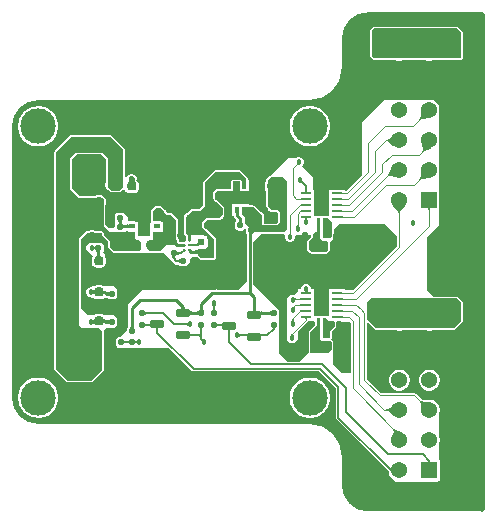
<source format=gbl>
G04*
G04 #@! TF.GenerationSoftware,Altium Limited,Altium Designer,23.8.1 (32)*
G04*
G04 Layer_Physical_Order=4*
G04 Layer_Color=16711680*
%FSLAX44Y44*%
%MOMM*%
G71*
G04*
G04 #@! TF.SameCoordinates,DF38465C-164B-46F8-8289-0D746A6B0DDA*
G04*
G04*
G04 #@! TF.FilePolarity,Positive*
G04*
G01*
G75*
%ADD13C,0.2540*%
%ADD20C,0.5080*%
%ADD21C,0.1016*%
%ADD22C,0.1270*%
%ADD23C,0.2032*%
%ADD24R,1.3700X1.3700*%
%ADD25C,1.3700*%
%ADD26C,3.0000*%
%ADD27C,0.4570*%
G04:AMPARAMS|DCode=28|XSize=0.5mm|YSize=0.5mm|CornerRadius=0.125mm|HoleSize=0mm|Usage=FLASHONLY|Rotation=90.000|XOffset=0mm|YOffset=0mm|HoleType=Round|Shape=RoundedRectangle|*
%AMROUNDEDRECTD28*
21,1,0.5000,0.2500,0,0,90.0*
21,1,0.2500,0.5000,0,0,90.0*
1,1,0.2500,0.1250,0.1250*
1,1,0.2500,0.1250,-0.1250*
1,1,0.2500,-0.1250,-0.1250*
1,1,0.2500,-0.1250,0.1250*
%
%ADD28ROUNDEDRECTD28*%
G04:AMPARAMS|DCode=29|XSize=1.23mm|YSize=0.6mm|CornerRadius=0.075mm|HoleSize=0mm|Usage=FLASHONLY|Rotation=180.000|XOffset=0mm|YOffset=0mm|HoleType=Round|Shape=RoundedRectangle|*
%AMROUNDEDRECTD29*
21,1,1.2300,0.4500,0,0,180.0*
21,1,1.0800,0.6000,0,0,180.0*
1,1,0.1500,-0.5400,0.2250*
1,1,0.1500,0.5400,0.2250*
1,1,0.1500,0.5400,-0.2250*
1,1,0.1500,-0.5400,-0.2250*
%
%ADD29ROUNDEDRECTD29*%
G04:AMPARAMS|DCode=30|XSize=0.5mm|YSize=0.5mm|CornerRadius=0.125mm|HoleSize=0mm|Usage=FLASHONLY|Rotation=0.000|XOffset=0mm|YOffset=0mm|HoleType=Round|Shape=RoundedRectangle|*
%AMROUNDEDRECTD30*
21,1,0.5000,0.2500,0,0,0.0*
21,1,0.2500,0.5000,0,0,0.0*
1,1,0.2500,0.1250,-0.1250*
1,1,0.2500,-0.1250,-0.1250*
1,1,0.2500,-0.1250,0.1250*
1,1,0.2500,0.1250,0.1250*
%
%ADD30ROUNDEDRECTD30*%
%ADD31C,0.2500*%
%ADD32R,0.5300X0.5500*%
%ADD33R,1.0000X1.4000*%
%ADD34R,0.2400X0.9000*%
%ADD35R,0.9000X0.2400*%
%ADD36R,1.7000X1.1000*%
%ADD37R,0.3500X0.6000*%
G04:AMPARAMS|DCode=38|XSize=0.762mm|YSize=0.762mm|CornerRadius=0.1905mm|HoleSize=0mm|Usage=FLASHONLY|Rotation=0.000|XOffset=0mm|YOffset=0mm|HoleType=Round|Shape=RoundedRectangle|*
%AMROUNDEDRECTD38*
21,1,0.7620,0.3810,0,0,0.0*
21,1,0.3810,0.7620,0,0,0.0*
1,1,0.3810,0.1905,-0.1905*
1,1,0.3810,-0.1905,-0.1905*
1,1,0.3810,-0.1905,0.1905*
1,1,0.3810,0.1905,0.1905*
%
%ADD38ROUNDEDRECTD38*%
G04:AMPARAMS|DCode=39|XSize=0.762mm|YSize=0.762mm|CornerRadius=0.1905mm|HoleSize=0mm|Usage=FLASHONLY|Rotation=90.000|XOffset=0mm|YOffset=0mm|HoleType=Round|Shape=RoundedRectangle|*
%AMROUNDEDRECTD39*
21,1,0.7620,0.3810,0,0,90.0*
21,1,0.3810,0.7620,0,0,90.0*
1,1,0.3810,0.1905,0.1905*
1,1,0.3810,0.1905,-0.1905*
1,1,0.3810,-0.1905,-0.1905*
1,1,0.3810,-0.1905,0.1905*
%
%ADD39ROUNDEDRECTD39*%
%ADD40R,1.1000X1.7000*%
%ADD41R,0.6000X0.3500*%
G04:AMPARAMS|DCode=42|XSize=1.27mm|YSize=1.14mm|CornerRadius=0.285mm|HoleSize=0mm|Usage=FLASHONLY|Rotation=180.000|XOffset=0mm|YOffset=0mm|HoleType=Round|Shape=RoundedRectangle|*
%AMROUNDEDRECTD42*
21,1,1.2700,0.5700,0,0,180.0*
21,1,0.7000,1.1400,0,0,180.0*
1,1,0.5700,-0.3500,0.2850*
1,1,0.5700,0.3500,0.2850*
1,1,0.5700,0.3500,-0.2850*
1,1,0.5700,-0.3500,-0.2850*
%
%ADD42ROUNDEDRECTD42*%
G36*
X-4751Y421900D02*
Y5889D01*
X-5649Y4991D01*
X-72489Y5009D01*
X-101419D01*
X-103343Y5009D01*
X-107116Y5760D01*
X-110670Y7232D01*
X-113869Y9370D01*
X-116602Y12103D01*
X-118759Y15331D01*
X-120245Y18917D01*
X-121002Y22725D01*
X-121002Y24666D01*
Y51097D01*
X-121002D01*
X-121002Y51097D01*
X-121124Y53587D01*
X-122096Y58470D01*
X-124001Y63071D01*
X-126768Y67211D01*
X-128441Y69058D01*
X-130962Y71578D01*
X-130962Y71578D01*
X-132809Y73252D01*
X-136949Y76018D01*
X-141549Y77924D01*
X-146433Y78895D01*
X-148922Y79017D01*
X-380637Y79017D01*
X-382575D01*
X-386376Y79774D01*
X-389957Y81257D01*
X-393179Y83410D01*
X-395911Y86142D01*
X-398051Y89345D01*
X-399525Y92904D01*
X-400277Y96682D01*
Y98608D01*
Y327497D01*
X-400277Y328694D01*
X-400277Y328694D01*
X-400277Y328694D01*
X-400277Y330619D01*
X-399526Y334394D01*
X-398053Y337951D01*
X-395914Y341152D01*
X-395421Y341645D01*
X-394523Y342543D01*
Y342543D01*
X-393161Y343905D01*
X-389958Y346045D01*
X-386398Y347520D01*
X-382620Y348271D01*
X-380693D01*
X-150048Y348271D01*
X-148854Y348271D01*
X-148853Y348271D01*
X-148853Y348271D01*
X-146364Y348394D01*
X-141480Y349365D01*
X-136880Y351271D01*
X-132740Y354037D01*
X-130893Y355711D01*
X-128362Y358242D01*
X-128362D01*
X-128362Y358242D01*
X-126688Y360089D01*
X-123921Y364229D01*
X-122016Y368829D01*
X-121044Y373713D01*
X-120922Y376203D01*
X-120922Y378088D01*
X-120932Y378121D01*
Y400586D01*
X-120932Y401783D01*
X-120932Y401783D01*
X-120932Y401783D01*
X-120933Y403925D01*
X-120096Y408128D01*
X-118456Y412088D01*
X-116076Y415651D01*
X-114531Y417196D01*
Y417196D01*
X-113169Y418558D01*
X-109965Y420698D01*
X-106406Y422173D01*
X-102627Y422924D01*
X-100701D01*
X-5775Y422924D01*
X-4751Y421900D01*
D02*
G37*
%LPC*%
G36*
X-26263Y412974D02*
X-26263Y412974D01*
X-96439Y412974D01*
X-97411Y412571D01*
X-97411Y412571D01*
X-99190Y410792D01*
X-99593Y409820D01*
X-99593Y409820D01*
Y388314D01*
X-99190Y387342D01*
X-99190Y387342D01*
X-97043Y385195D01*
X-96071Y384793D01*
X-96071Y384793D01*
X-79070D01*
X-78698Y384578D01*
X-76439Y383973D01*
X-74100D01*
X-71842Y384578D01*
X-71470Y384793D01*
X-53670D01*
X-53298Y384578D01*
X-51039Y383973D01*
X-48700D01*
X-46441Y384578D01*
X-46070Y384793D01*
X-22707D01*
X-21735Y385195D01*
X-21333Y386167D01*
Y408043D01*
X-21333Y408043D01*
X-21735Y409015D01*
X-21735Y409016D01*
X-25291Y412571D01*
Y412571D01*
X-26263Y412974D01*
D02*
G37*
G36*
X-149170Y345703D02*
X-152525D01*
X-155815Y345049D01*
X-158915Y343765D01*
X-161705Y341901D01*
X-164077Y339529D01*
X-165941Y336739D01*
X-167225Y333639D01*
X-167879Y330349D01*
Y326994D01*
X-167225Y323703D01*
X-165941Y320604D01*
X-164077Y317814D01*
X-161705Y315442D01*
X-158915Y313578D01*
X-155815Y312294D01*
X-152525Y311639D01*
X-149170D01*
X-145879Y312294D01*
X-142780Y313578D01*
X-139990Y315442D01*
X-137618Y317814D01*
X-135754Y320604D01*
X-134470Y323703D01*
X-133815Y326994D01*
Y330349D01*
X-134470Y333639D01*
X-135754Y336739D01*
X-137618Y339529D01*
X-139990Y341901D01*
X-142780Y343765D01*
X-145879Y345049D01*
X-149170Y345703D01*
D02*
G37*
G36*
X-379170D02*
X-382525D01*
X-385815Y345049D01*
X-388915Y343765D01*
X-391705Y341901D01*
X-394077Y339529D01*
X-395941Y336739D01*
X-397225Y333639D01*
X-397879Y330349D01*
Y326994D01*
X-397225Y323703D01*
X-395941Y320604D01*
X-394077Y317814D01*
X-391705Y315442D01*
X-388915Y313578D01*
X-385815Y312294D01*
X-382525Y311639D01*
X-379170D01*
X-375879Y312294D01*
X-372780Y313578D01*
X-369990Y315442D01*
X-367618Y317814D01*
X-365754Y320604D01*
X-364470Y323703D01*
X-363815Y326994D01*
Y330349D01*
X-364470Y333639D01*
X-365754Y336739D01*
X-367618Y339529D01*
X-369990Y341901D01*
X-372780Y343765D01*
X-375879Y345049D01*
X-379170Y345703D01*
D02*
G37*
G36*
X-46083Y350937D02*
X-87545D01*
X-106817Y331665D01*
X-106817Y287047D01*
X-119261Y274603D01*
X-120348Y274161D01*
X-120504D01*
X-121346Y274923D01*
X-121488D01*
X-121488Y274923D01*
X-134410D01*
Y263459D01*
Y253688D01*
X-135146Y252723D01*
X-146609D01*
X-147346Y253688D01*
Y263459D01*
Y274923D01*
X-148108D01*
Y286003D01*
X-157324Y295220D01*
X-156567Y295978D01*
X-155910Y297565D01*
Y299282D01*
X-156567Y300869D01*
X-157781Y302083D01*
X-159368Y302740D01*
X-161085D01*
X-162672Y302083D01*
X-163429Y301325D01*
X-164131Y302027D01*
X-169467D01*
X-184866Y286628D01*
X-187527Y283967D01*
X-187930Y282995D01*
X-187930Y282995D01*
Y281710D01*
X-188359Y281068D01*
X-188664Y279532D01*
Y275722D01*
X-188359Y274186D01*
X-187930Y273544D01*
Y261468D01*
X-187930Y261468D01*
X-187527Y260496D01*
X-187527Y260496D01*
X-186026Y258995D01*
X-185777Y257741D01*
X-185051Y256655D01*
X-183966Y255930D01*
X-182685Y255675D01*
X-180185D01*
X-178904Y255930D01*
X-178796Y256002D01*
X-178196D01*
X-177282Y255088D01*
Y247649D01*
X-178735Y246196D01*
X-180089D01*
X-180218Y246143D01*
X-180264Y246162D01*
X-180315D01*
X-180357Y246170D01*
X-180399Y246162D01*
X-183938D01*
X-183980Y246170D01*
X-184022Y246162D01*
X-184074D01*
X-184119Y246143D01*
X-184249Y246196D01*
X-189106D01*
X-189516Y246752D01*
X-189855Y247467D01*
X-189589Y248801D01*
Y252611D01*
X-189895Y254147D01*
X-190765Y255450D01*
X-192067Y256320D01*
X-192825Y256470D01*
X-197764Y261409D01*
X-198736Y261812D01*
X-198736Y261812D01*
X-202508D01*
Y262469D01*
X-216572D01*
Y252405D01*
X-214995D01*
X-214621Y251846D01*
X-212902Y250127D01*
X-213052Y248516D01*
X-213169Y248438D01*
X-213894Y247352D01*
X-214149Y246072D01*
Y243572D01*
X-213894Y242291D01*
X-213169Y241206D01*
X-212083Y240480D01*
X-210803Y240226D01*
X-208303D01*
X-207022Y240480D01*
X-205937Y241206D01*
X-205524Y241824D01*
X-204398Y241222D01*
X-204879Y240061D01*
Y238343D01*
X-204222Y236756D01*
X-204065Y236599D01*
Y198740D01*
X-204107Y197554D01*
Y197554D01*
X-204107Y197554D01*
X-211881Y189779D01*
X-228603D01*
X-229559Y190537D01*
X-230917Y189996D01*
X-231370Y189996D01*
X-292556D01*
X-304058Y178494D01*
Y178494D01*
X-304060Y178479D01*
X-304727Y177769D01*
X-304727Y177769D01*
X-304727Y159044D01*
X-305289Y158202D01*
X-305544Y156921D01*
Y156307D01*
X-311584Y150267D01*
X-311628D01*
X-312909Y150012D01*
X-313995Y149286D01*
X-314720Y148201D01*
X-314975Y146920D01*
Y144420D01*
X-314720Y143140D01*
X-314198Y142358D01*
Y142073D01*
X-313199Y141074D01*
X-289965Y141074D01*
X-288791Y141074D01*
X-288791Y141074D01*
X-288791D01*
D01*
X-287032Y141074D01*
X-287032Y141074D01*
X-286342Y141074D01*
X-273438D01*
X-272220Y141074D01*
X-269983Y141074D01*
X-250480Y121571D01*
X-249850Y121150D01*
X-249106Y121002D01*
X-142837D01*
X-128544Y106709D01*
Y81785D01*
X-128396Y81041D01*
X-127975Y80411D01*
X-83749Y36185D01*
Y33337D01*
X-77586Y27174D01*
X-42813D01*
X-41355Y28632D01*
Y28676D01*
X-40593D01*
Y46440D01*
X-41355D01*
X-41355Y59258D01*
X-41198Y59530D01*
X-40593Y61789D01*
Y64127D01*
X-41198Y66386D01*
X-41355Y66658D01*
X-41355Y84658D01*
X-41198Y84930D01*
X-40593Y87189D01*
Y89527D01*
X-41198Y91786D01*
X-42368Y93812D01*
X-44021Y95465D01*
X-46047Y96635D01*
X-48306Y97240D01*
X-50644D01*
X-52701Y96689D01*
X-53445Y96746D01*
X-54138Y96845D01*
X-54734Y96965D01*
X-55210Y97099D01*
X-55560Y97235D01*
X-55777Y97354D01*
X-55991Y97526D01*
X-56115Y97562D01*
X-60893Y102340D01*
X-61481Y102733D01*
X-62175Y102871D01*
X-90846D01*
X-102687Y114711D01*
Y161892D01*
X-101513Y162378D01*
X-95731Y156595D01*
X-94759Y156193D01*
X-94759Y156193D01*
X-77972D01*
X-76044Y155676D01*
X-73706D01*
X-71777Y156193D01*
X-52572D01*
X-50644Y155676D01*
X-48306D01*
X-46377Y156193D01*
X-29074D01*
X-29074Y156193D01*
X-28101Y156595D01*
X-28101Y156595D01*
X-21735Y162962D01*
X-21333Y163934D01*
X-21333Y163934D01*
Y179443D01*
X-21333Y179443D01*
X-21735Y180415D01*
X-21735Y180415D01*
X-25291Y183971D01*
X-25291Y183971D01*
X-26263Y184374D01*
X-26263Y184374D01*
X-46154D01*
X-51910Y190130D01*
Y235255D01*
X-51881D01*
X-41750Y245386D01*
Y256973D01*
X-40988D01*
Y274737D01*
X-41750D01*
Y287555D01*
X-41593Y287827D01*
X-40988Y290086D01*
Y292424D01*
X-41593Y294683D01*
X-41750Y294955D01*
X-41750Y312955D01*
X-41593Y313227D01*
X-40988Y315486D01*
Y317824D01*
X-41593Y320083D01*
X-41750Y320355D01*
X-41750Y338355D01*
X-41593Y338627D01*
X-40988Y340886D01*
Y343224D01*
X-41593Y345483D01*
X-41750Y345755D01*
Y346604D01*
X-46083Y350937D01*
D02*
G37*
G36*
X-319167Y320970D02*
X-319167Y320970D01*
X-353354D01*
X-354326Y320567D01*
X-366819Y308074D01*
X-367222Y307101D01*
X-367222Y307101D01*
X-367222Y123124D01*
X-366819Y122152D01*
X-366819Y122152D01*
X-356964Y112297D01*
X-355992Y111895D01*
X-355992Y111895D01*
X-335833D01*
X-335833Y111894D01*
X-334861Y112297D01*
X-334861Y112297D01*
X-325529Y121629D01*
X-325528Y121629D01*
X-325126Y122601D01*
X-325126Y122601D01*
Y154192D01*
X-325126Y155462D01*
X-325082D01*
X-323856Y156715D01*
X-323856D01*
X-323856Y156715D01*
X-322573Y158026D01*
X-316678D01*
X-316100Y158604D01*
X-315854Y158653D01*
X-314769Y159378D01*
X-314043Y160464D01*
X-313995Y160710D01*
X-313750Y160954D01*
Y166521D01*
X-316422Y169193D01*
X-325282D01*
X-325988Y169664D01*
X-327524Y169970D01*
X-331334D01*
X-332870Y169664D01*
X-333575Y169193D01*
X-338985D01*
X-344505Y174712D01*
X-344540Y175968D01*
Y233309D01*
X-339419Y238430D01*
X-337711D01*
X-337711Y238430D01*
X-337015Y238718D01*
X-337002D01*
X-335668Y239271D01*
X-334497D01*
X-333163Y238718D01*
X-333149D01*
X-332453Y238430D01*
X-332453Y238430D01*
X-331204D01*
X-331074Y238484D01*
X-330936Y238457D01*
X-330837Y238476D01*
X-328608D01*
X-328510Y238457D01*
X-328398Y238479D01*
X-328304Y238416D01*
X-327729Y238301D01*
X-327098Y237880D01*
X-326676Y237249D01*
X-326562Y236673D01*
X-326339Y236340D01*
X-326185Y235970D01*
X-321273Y231058D01*
Y226293D01*
X-321273Y226293D01*
X-320871Y225321D01*
X-320871Y225321D01*
X-317242Y221693D01*
X-317242Y221693D01*
X-316270Y221290D01*
X-316270Y221290D01*
X-304532D01*
X-303951Y221050D01*
X-302234D01*
X-301654Y221290D01*
X-296455D01*
X-295196Y221265D01*
X-295196Y221265D01*
X-289162D01*
X-288992Y221265D01*
X-288992Y221265D01*
X-286070D01*
X-274175D01*
X-269078Y216167D01*
X-263666Y210733D01*
X-261704D01*
X-260923Y210211D01*
X-259642Y209956D01*
X-257142D01*
X-255862Y210211D01*
X-255080Y210733D01*
X-254712D01*
X-251937Y213507D01*
Y216430D01*
X-250469Y217898D01*
X-247548D01*
Y217573D01*
X-245429D01*
X-243533Y215678D01*
X-232000D01*
Y215678D01*
X-231028Y216080D01*
X-231028Y216080D01*
X-230476Y216632D01*
X-230074Y217604D01*
X-230074Y217604D01*
Y233131D01*
X-230074Y233131D01*
X-230476Y234103D01*
X-237624Y241251D01*
X-237995Y241404D01*
X-238328Y241627D01*
X-239073Y241775D01*
X-239704Y242197D01*
X-240125Y242828D01*
X-240273Y243572D01*
X-240350Y243686D01*
X-240350Y246929D01*
X-238088Y249190D01*
X-227822D01*
X-227822Y249190D01*
X-226850Y249593D01*
X-226126Y250316D01*
X-225302Y250480D01*
X-224216Y251206D01*
X-223491Y252291D01*
X-223236Y253572D01*
Y253675D01*
X-223165Y253847D01*
X-223165Y253847D01*
Y259184D01*
X-223568Y260156D01*
X-223568Y260156D01*
X-228878Y265466D01*
X-229248Y265619D01*
X-229581Y265842D01*
X-229826Y265891D01*
X-230457Y266312D01*
X-230879Y266943D01*
X-230928Y267188D01*
X-230954Y267228D01*
X-230945Y267274D01*
X-231054Y267823D01*
Y270052D01*
X-230945Y270600D01*
X-230972Y270738D01*
X-230918Y270868D01*
Y272224D01*
X-229079Y274063D01*
X-223322D01*
X-223072Y273405D01*
X-215508D01*
Y282095D01*
X-210072D01*
Y273405D01*
X-202508D01*
Y283469D01*
X-203165D01*
Y284683D01*
X-203568Y285655D01*
X-203568Y285655D01*
X-208847Y290933D01*
X-209819Y291336D01*
X-209819Y291336D01*
X-230747D01*
X-231719Y290933D01*
X-231719Y290933D01*
X-240849Y281803D01*
X-241252Y280831D01*
X-241252Y280831D01*
Y261569D01*
X-242993Y259828D01*
X-243027Y259746D01*
X-243058Y259725D01*
X-243101Y259662D01*
X-243164Y259620D01*
X-243185Y259588D01*
X-243267Y259554D01*
X-244281Y258540D01*
X-250724Y258540D01*
X-250724Y258540D01*
X-251696Y258137D01*
X-251696Y258137D01*
X-254315Y255518D01*
X-254555Y255471D01*
X-256170Y254391D01*
X-257249Y252777D01*
X-257628Y250872D01*
Y245172D01*
X-257267Y243357D01*
Y237992D01*
X-256864Y237020D01*
X-256864Y237020D01*
X-255428Y235583D01*
Y234179D01*
X-255621Y233986D01*
X-256120Y232780D01*
Y232582D01*
X-256182Y231471D01*
X-257294Y231409D01*
X-257491D01*
X-258697Y230910D01*
X-258890Y230717D01*
X-261533D01*
Y232167D01*
X-261788Y233448D01*
X-262373Y234323D01*
X-262526Y234692D01*
Y234731D01*
X-263078Y236065D01*
Y237235D01*
X-262526Y238569D01*
Y238608D01*
X-262255Y239262D01*
X-262255Y239262D01*
Y249308D01*
X-262658Y250280D01*
X-262658Y250280D01*
X-266903Y254525D01*
X-266903Y254525D01*
X-267875Y254928D01*
X-267875Y254927D01*
X-269989D01*
X-271124Y255153D01*
X-271972Y255720D01*
X-272538Y256567D01*
X-272650Y257131D01*
X-272873Y257465D01*
X-273027Y257835D01*
X-275589Y260397D01*
X-275589Y260397D01*
X-276561Y260800D01*
X-276561Y260800D01*
X-281295D01*
X-282267Y260397D01*
X-284425Y258239D01*
X-284827Y257267D01*
X-284827Y257267D01*
Y254597D01*
X-285485Y254347D01*
Y247028D01*
X-286143Y246421D01*
X-295999D01*
X-296360Y247321D01*
X-296421Y247579D01*
Y247847D01*
X-297576D01*
X-298544Y248815D01*
X-304453D01*
X-304453Y251380D01*
X-308584Y255511D01*
X-314336D01*
X-315812Y254035D01*
Y251936D01*
X-315793D01*
Y244565D01*
X-317615Y242742D01*
X-319042D01*
X-319042Y242742D01*
Y242742D01*
X-320833D01*
X-322021Y242939D01*
X-323947Y244865D01*
Y246591D01*
X-323967Y246640D01*
X-323960Y246657D01*
Y249157D01*
X-323967Y249174D01*
X-323947Y249223D01*
Y254315D01*
X-323967Y254364D01*
X-323960Y254381D01*
Y256881D01*
X-323967Y256898D01*
X-323947Y256947D01*
Y260648D01*
X-323815Y260846D01*
X-323510Y262382D01*
Y266192D01*
X-323815Y267728D01*
X-324685Y269031D01*
X-325988Y269901D01*
X-327524Y270206D01*
X-331334D01*
X-332870Y269901D01*
X-333512Y269472D01*
X-345345D01*
X-351986Y276112D01*
Y300805D01*
X-347944Y304847D01*
X-327303D01*
X-323363Y300907D01*
Y281864D01*
X-323628Y281468D01*
X-323883Y280187D01*
Y277687D01*
X-323628Y276407D01*
X-322903Y275321D01*
X-321817Y274596D01*
X-320993Y274432D01*
X-319526Y272965D01*
X-318554Y272563D01*
X-318554Y272563D01*
X-312287Y272563D01*
X-312287Y272563D01*
X-311315Y272965D01*
X-311315Y272965D01*
X-309821Y274459D01*
X-309136Y274596D01*
X-308648Y274922D01*
X-307250Y274407D01*
X-307206Y274186D01*
X-306336Y272884D01*
X-305034Y272014D01*
X-303498Y271708D01*
X-299688D01*
X-298152Y272014D01*
X-296849Y272884D01*
X-295979Y274186D01*
X-295674Y275722D01*
Y279532D01*
X-295979Y281068D01*
X-296849Y282371D01*
X-297475Y282789D01*
X-297412Y282940D01*
Y284657D01*
X-298069Y286244D01*
X-299284Y287459D01*
X-300871Y288116D01*
X-302588D01*
X-304175Y287459D01*
X-305389Y286244D01*
X-306046Y284658D01*
X-307236Y284683D01*
X-307602Y285565D01*
X-307602Y309405D01*
X-307602Y309405D01*
X-308004Y310377D01*
X-308004Y310377D01*
X-318194Y320567D01*
Y320567D01*
X-319167Y320970D01*
D02*
G37*
G36*
X-334666Y230099D02*
X-336384D01*
X-337970Y229442D01*
X-339185Y228227D01*
X-339842Y226641D01*
Y224923D01*
X-339367Y223777D01*
Y223701D01*
X-339313Y223647D01*
X-339185Y223337D01*
X-337970Y222122D01*
X-337659Y221993D01*
X-334571Y218905D01*
Y218860D01*
X-335042Y218155D01*
X-335348Y216618D01*
Y212808D01*
X-335042Y211272D01*
X-334172Y209970D01*
X-332870Y209100D01*
X-331334Y208794D01*
X-327524D01*
X-325988Y209100D01*
X-324685Y209970D01*
X-323815Y211272D01*
X-323510Y212808D01*
Y216618D01*
X-323815Y218155D01*
X-324286Y218860D01*
Y220267D01*
X-325889Y221870D01*
Y221964D01*
X-325381Y222724D01*
X-325126Y224005D01*
Y226505D01*
X-325381Y227785D01*
X-326106Y228871D01*
X-327192Y229596D01*
X-328473Y229851D01*
X-330973D01*
X-332253Y229596D01*
X-332436Y229474D01*
X-333158D01*
X-334666Y230099D01*
D02*
G37*
G36*
X-327524Y194011D02*
X-331334D01*
X-332870Y193705D01*
X-333575Y193234D01*
X-335556D01*
X-336371Y192418D01*
X-336519D01*
X-338106Y191761D01*
X-339320Y190547D01*
X-339977Y188960D01*
Y187243D01*
X-339320Y185656D01*
X-338106Y184442D01*
X-336519Y183785D01*
X-336371D01*
X-335549Y182962D01*
X-333595D01*
X-332870Y182478D01*
X-331334Y182172D01*
X-327524D01*
X-325988Y182478D01*
X-325263Y182962D01*
X-321697D01*
X-320915Y182440D01*
X-319635Y182185D01*
X-317135D01*
X-315854Y182440D01*
X-314769Y183165D01*
X-314043Y184251D01*
X-313932Y184813D01*
X-313750Y184995D01*
Y190562D01*
X-316422Y193234D01*
X-325282D01*
X-325988Y193705D01*
X-327524Y194011D01*
D02*
G37*
G36*
X-48306Y122640D02*
X-50644D01*
X-52903Y122035D01*
X-54928Y120865D01*
X-56582Y119212D01*
X-57751Y117186D01*
X-58357Y114927D01*
Y112589D01*
X-57751Y110330D01*
X-56582Y108304D01*
X-54928Y106651D01*
X-52903Y105481D01*
X-50644Y104876D01*
X-48306D01*
X-46047Y105481D01*
X-44021Y106651D01*
X-42368Y108304D01*
X-41198Y110330D01*
X-40593Y112589D01*
Y114927D01*
X-41198Y117186D01*
X-42368Y119212D01*
X-44021Y120865D01*
X-46047Y122035D01*
X-48306Y122640D01*
D02*
G37*
G36*
X-73706D02*
X-76044D01*
X-78303Y122035D01*
X-80329Y120865D01*
X-81982Y119212D01*
X-83152Y117186D01*
X-83757Y114927D01*
Y112589D01*
X-83152Y110330D01*
X-81982Y108304D01*
X-80329Y106651D01*
X-78303Y105481D01*
X-76044Y104876D01*
X-73706D01*
X-71446Y105481D01*
X-69421Y106651D01*
X-67768Y108304D01*
X-66598Y110330D01*
X-65993Y112589D01*
Y114927D01*
X-66598Y117186D01*
X-67768Y119212D01*
X-69421Y120865D01*
X-71446Y122035D01*
X-73706Y122640D01*
D02*
G37*
G36*
X-149170Y115703D02*
X-152525D01*
X-155815Y115049D01*
X-158915Y113765D01*
X-161705Y111901D01*
X-164077Y109529D01*
X-165941Y106739D01*
X-167225Y103639D01*
X-167879Y100349D01*
Y96994D01*
X-167225Y93703D01*
X-165941Y90604D01*
X-164077Y87814D01*
X-161705Y85442D01*
X-158915Y83578D01*
X-155815Y82294D01*
X-152525Y81639D01*
X-149170D01*
X-145879Y82294D01*
X-142780Y83578D01*
X-139990Y85442D01*
X-137618Y87814D01*
X-135754Y90604D01*
X-134470Y93703D01*
X-133815Y96994D01*
Y100349D01*
X-134470Y103639D01*
X-135754Y106739D01*
X-137618Y109529D01*
X-139990Y111901D01*
X-142780Y113765D01*
X-145879Y115049D01*
X-149170Y115703D01*
D02*
G37*
G36*
X-379170D02*
X-382525D01*
X-385815Y115049D01*
X-388915Y113765D01*
X-391705Y111901D01*
X-394077Y109529D01*
X-395941Y106739D01*
X-397225Y103639D01*
X-397879Y100349D01*
Y96994D01*
X-397225Y93703D01*
X-395941Y90604D01*
X-394077Y87814D01*
X-391705Y85442D01*
X-388915Y83578D01*
X-385815Y82294D01*
X-382525Y81639D01*
X-379170D01*
X-375879Y82294D01*
X-372780Y83578D01*
X-369990Y85442D01*
X-367618Y87814D01*
X-365754Y90604D01*
X-364470Y93703D01*
X-363815Y96994D01*
Y100349D01*
X-364470Y103639D01*
X-365754Y106739D01*
X-367618Y109529D01*
X-369990Y111901D01*
X-372780Y113765D01*
X-375879Y115049D01*
X-379170Y115703D01*
D02*
G37*
%LPD*%
G36*
X-26263Y411599D02*
X-22707Y408043D01*
Y386167D01*
X-96071D01*
X-98218Y388314D01*
Y409820D01*
X-96439Y411599D01*
X-26263Y411599D01*
D02*
G37*
G36*
X-49938Y335205D02*
X-51092Y335204D01*
X-53989Y335035D01*
X-54767Y334924D01*
X-55451Y334785D01*
X-56041Y334620D01*
X-56537Y334427D01*
X-56939Y334207D01*
X-57247Y333959D01*
X-57966Y334678D01*
X-57718Y334986D01*
X-57498Y335388D01*
X-57305Y335884D01*
X-57139Y336474D01*
X-57001Y337158D01*
X-56890Y337936D01*
X-56750Y339773D01*
X-56719Y341986D01*
X-49938Y335205D01*
D02*
G37*
G36*
X-80211Y311911D02*
X-81003Y312716D01*
X-83119Y314622D01*
X-83738Y315088D01*
X-84314Y315469D01*
X-84847Y315766D01*
X-85337Y315977D01*
X-85783Y316105D01*
X-86186Y316147D01*
Y317163D01*
X-85783Y317205D01*
X-85337Y317332D01*
X-84847Y317544D01*
X-84314Y317841D01*
X-83738Y318222D01*
X-83119Y318688D01*
X-81752Y319874D01*
X-80211Y321399D01*
Y311911D01*
D02*
G37*
G36*
X-47149Y310369D02*
X-54633Y307155D01*
X-55680Y307545D01*
X-55376Y307915D01*
X-55149Y308340D01*
X-54997Y308822D01*
X-54922Y309359D01*
X-54924Y309952D01*
X-55001Y310600D01*
X-55155Y311304D01*
X-55385Y312064D01*
X-55691Y312880D01*
X-56074Y313752D01*
X-47149Y310369D01*
D02*
G37*
G36*
X-78717Y285335D02*
X-79520Y285776D01*
X-80276Y286132D01*
X-80984Y286406D01*
X-81645Y286596D01*
X-82258Y286703D01*
X-82823Y286727D01*
X-83340Y286668D01*
X-83810Y286525D01*
X-84233Y286299D01*
X-84607Y285990D01*
X-84915Y287119D01*
X-84912Y287159D01*
X-84832Y287349D01*
X-83265Y290574D01*
X-81394Y294324D01*
X-78717Y285335D01*
D02*
G37*
G36*
X-49938Y284405D02*
X-51092Y284404D01*
X-53989Y284235D01*
X-54767Y284124D01*
X-55451Y283986D01*
X-56041Y283820D01*
X-56537Y283627D01*
X-56939Y283407D01*
X-57247Y283159D01*
X-57966Y283878D01*
X-57718Y284186D01*
X-57498Y284588D01*
X-57305Y285084D01*
X-57139Y285674D01*
X-57001Y286358D01*
X-56890Y287136D01*
X-56750Y288973D01*
X-56719Y291186D01*
X-49938Y284405D01*
D02*
G37*
G36*
X-123428Y272611D02*
X-123397Y272524D01*
X-123344Y272448D01*
X-123271Y272382D01*
X-123177Y272326D01*
X-123062Y272281D01*
X-122926Y272245D01*
X-122769Y272220D01*
X-122591Y272204D01*
X-122392Y272199D01*
Y271183D01*
X-122591Y271178D01*
X-122769Y271163D01*
X-122926Y271138D01*
X-123062Y271102D01*
X-123177Y271056D01*
X-123271Y271000D01*
X-123344Y270934D01*
X-123397Y270858D01*
X-123428Y270772D01*
X-123439Y270675D01*
Y272707D01*
X-123428Y272611D01*
D02*
G37*
G36*
Y267611D02*
X-123397Y267524D01*
X-123344Y267448D01*
X-123271Y267382D01*
X-123177Y267326D01*
X-123062Y267281D01*
X-122926Y267245D01*
X-122769Y267220D01*
X-122591Y267204D01*
X-122392Y267199D01*
Y266183D01*
X-122591Y266178D01*
X-122769Y266163D01*
X-122926Y266138D01*
X-123062Y266102D01*
X-123177Y266056D01*
X-123271Y266000D01*
X-123344Y265934D01*
X-123397Y265858D01*
X-123428Y265772D01*
X-123439Y265675D01*
Y267707D01*
X-123428Y267611D01*
D02*
G37*
G36*
X-158316Y265675D02*
X-158327Y265772D01*
X-158358Y265858D01*
X-158411Y265934D01*
X-158484Y266000D01*
X-158578Y266056D01*
X-158693Y266102D01*
X-158829Y266138D01*
X-158986Y266163D01*
X-159164Y266178D01*
X-159363Y266183D01*
Y267199D01*
X-159164Y267204D01*
X-158986Y267220D01*
X-158829Y267245D01*
X-158693Y267281D01*
X-158578Y267326D01*
X-158484Y267382D01*
X-158411Y267448D01*
X-158358Y267524D01*
X-158327Y267611D01*
X-158316Y267707D01*
Y265675D01*
D02*
G37*
G36*
X-123428Y262611D02*
X-123397Y262524D01*
X-123344Y262448D01*
X-123271Y262382D01*
X-123177Y262326D01*
X-123062Y262281D01*
X-122926Y262245D01*
X-122769Y262220D01*
X-122591Y262204D01*
X-122392Y262199D01*
Y261183D01*
X-122591Y261178D01*
X-122769Y261163D01*
X-122926Y261138D01*
X-123062Y261102D01*
X-123177Y261056D01*
X-123271Y261000D01*
X-123344Y260934D01*
X-123397Y260858D01*
X-123428Y260772D01*
X-123439Y260675D01*
Y262707D01*
X-123428Y262611D01*
D02*
G37*
G36*
X-158316Y260675D02*
X-158327Y260772D01*
X-158358Y260858D01*
X-158411Y260934D01*
X-158484Y261000D01*
X-158578Y261056D01*
X-158693Y261102D01*
X-158829Y261138D01*
X-158986Y261163D01*
X-159164Y261178D01*
X-159363Y261183D01*
Y262199D01*
X-159164Y262204D01*
X-158986Y262220D01*
X-158829Y262245D01*
X-158693Y262281D01*
X-158578Y262326D01*
X-158484Y262382D01*
X-158411Y262448D01*
X-158358Y262524D01*
X-158327Y262611D01*
X-158316Y262707D01*
Y260675D01*
D02*
G37*
G36*
X-48950Y259025D02*
X-49037Y258995D01*
X-49113Y258944D01*
X-49179Y258873D01*
X-49235Y258781D01*
X-49281Y258670D01*
X-49316Y258538D01*
X-49342Y258385D01*
X-49357Y258212D01*
X-49362Y258019D01*
X-50378D01*
X-50383Y258212D01*
X-50398Y258385D01*
X-50424Y258538D01*
X-50459Y258670D01*
X-50505Y258781D01*
X-50561Y258873D01*
X-50627Y258944D01*
X-50703Y258995D01*
X-50789Y259025D01*
X-50886Y259035D01*
X-48854D01*
X-48950Y259025D01*
D02*
G37*
G36*
X-158316Y256044D02*
X-158323Y256070D01*
X-158344Y256094D01*
X-158378Y256115D01*
X-158425Y256133D01*
X-158486Y256148D01*
X-158560Y256161D01*
X-158649Y256171D01*
X-158865Y256182D01*
X-158994Y256183D01*
Y257199D01*
X-158865Y257201D01*
X-158560Y257222D01*
X-158486Y257234D01*
X-158425Y257249D01*
X-158378Y257267D01*
X-158344Y257288D01*
X-158323Y257312D01*
X-158316Y257339D01*
Y256044D01*
D02*
G37*
G36*
X-123428Y257611D02*
X-123397Y257524D01*
X-123344Y257448D01*
X-123271Y257382D01*
X-123177Y257326D01*
X-123062Y257281D01*
X-122926Y257245D01*
X-122769Y257220D01*
X-122591Y257204D01*
X-122392Y257199D01*
Y256183D01*
X-122591Y256178D01*
X-122769Y256163D01*
X-122926Y256138D01*
X-123062Y256102D01*
X-123177Y256056D01*
X-123271Y256000D01*
X-123344Y255934D01*
X-123397Y255858D01*
X-123428Y255772D01*
X-123439Y255675D01*
Y257707D01*
X-123428Y257611D01*
D02*
G37*
G36*
X-71289Y260146D02*
X-73218Y257978D01*
X-73690Y257350D01*
X-74076Y256768D01*
X-74376Y256234D01*
X-74590Y255747D01*
X-74719Y255307D01*
X-74762Y254914D01*
X-75778D01*
X-75821Y255307D01*
X-75949Y255747D01*
X-76164Y256234D01*
X-76464Y256768D01*
X-76850Y257350D01*
X-77321Y257978D01*
X-78521Y259376D01*
X-80065Y260963D01*
X-70475D01*
X-71289Y260146D01*
D02*
G37*
G36*
X-123428Y252611D02*
X-123397Y252524D01*
X-123344Y252448D01*
X-123271Y252382D01*
X-123177Y252326D01*
X-123062Y252281D01*
X-122926Y252245D01*
X-122769Y252220D01*
X-122591Y252204D01*
X-122392Y252199D01*
Y251183D01*
X-122591Y251178D01*
X-122769Y251163D01*
X-122926Y251138D01*
X-123062Y251102D01*
X-123177Y251056D01*
X-123271Y251000D01*
X-123344Y250934D01*
X-123397Y250858D01*
X-123428Y250772D01*
X-123439Y250675D01*
Y252707D01*
X-123428Y252611D01*
D02*
G37*
G36*
X-153370Y250855D02*
X-153359Y250677D01*
X-153332Y250522D01*
X-152861D01*
X-152958Y250512D01*
X-153044Y250481D01*
X-153121Y250430D01*
X-153187Y250359D01*
X-153243Y250268D01*
X-153251Y250246D01*
X-153200Y250112D01*
X-153105Y249913D01*
X-152989Y249708D01*
X-152851Y249498D01*
X-152693Y249283D01*
X-152312Y248836D01*
X-155507Y248993D01*
X-155294Y249192D01*
X-154935Y249584D01*
X-154789Y249778D01*
X-154666Y249970D01*
X-154565Y250160D01*
X-154517Y250275D01*
X-154568Y250359D01*
X-154634Y250430D01*
X-154711Y250481D01*
X-154797Y250512D01*
X-154894Y250522D01*
X-154435D01*
X-154430Y250536D01*
X-154397Y250722D01*
X-154385Y250906D01*
X-153370Y250855D01*
D02*
G37*
G36*
X-208274Y249404D02*
X-208206Y248613D01*
X-208145Y248271D01*
X-208068Y247963D01*
X-207973Y247691D01*
X-207862Y247453D01*
X-207733Y247251D01*
X-207587Y247083D01*
X-207424Y246951D01*
X-211682D01*
X-211519Y247083D01*
X-211373Y247251D01*
X-211244Y247453D01*
X-211132Y247691D01*
X-211038Y247963D01*
X-210960Y248271D01*
X-210900Y248613D01*
X-210857Y248991D01*
X-210823Y249851D01*
X-208283D01*
X-208274Y249404D01*
D02*
G37*
G36*
X-173689Y285656D02*
X-170434Y282402D01*
X-170434Y243940D01*
X-170434Y241200D01*
X-172504Y239130D01*
X-202732D01*
Y242577D01*
X-202190Y243118D01*
X-205648Y246576D01*
Y251864D01*
X-208040Y254257D01*
Y260437D01*
X-198736D01*
X-191493Y253194D01*
Y244822D01*
X-184249D01*
X-184074Y244787D01*
X-180264D01*
X-180089Y244822D01*
X-178165D01*
X-175908Y247080D01*
Y255658D01*
X-177627Y257377D01*
X-182464D01*
X-186555Y261468D01*
Y282995D01*
X-183894Y285656D01*
X-173689Y285656D01*
D02*
G37*
G36*
X-160538Y245172D02*
X-160506Y244988D01*
X-160451Y244800D01*
X-160375Y244608D01*
X-160276Y244413D01*
X-160156Y244215D01*
X-160014Y244013D01*
X-159851Y243808D01*
X-159665Y243599D01*
X-159458Y243387D01*
X-162657D01*
X-162449Y243599D01*
X-162100Y244013D01*
X-161958Y244215D01*
X-161838Y244413D01*
X-161740Y244608D01*
X-161663Y244800D01*
X-161609Y244988D01*
X-161576Y245172D01*
X-161565Y245354D01*
X-160549D01*
X-160538Y245172D01*
D02*
G37*
G36*
X-132078Y247765D02*
Y234865D01*
X-133262Y233680D01*
X-138845D01*
X-139578Y234412D01*
Y250691D01*
X-135004D01*
X-132078Y247765D01*
D02*
G37*
G36*
X-142177Y238680D02*
X-142178Y234055D01*
X-140708Y232585D01*
X-140694Y232564D01*
X-140672Y232550D01*
X-140375Y232252D01*
X-140227D01*
X-139608Y231838D01*
X-138328Y231584D01*
X-136287D01*
X-134944Y230241D01*
Y224186D01*
X-137186Y221944D01*
X-149303D01*
X-151443Y224084D01*
X-151443Y231015D01*
X-148025Y234433D01*
Y237394D01*
X-146739Y238680D01*
X-145467D01*
X-144578Y239570D01*
Y250691D01*
X-142177D01*
Y238680D01*
D02*
G37*
G36*
X-77083Y235483D02*
Y226920D01*
X-114299Y189704D01*
X-121346D01*
Y190466D01*
X-134410D01*
Y179002D01*
Y169231D01*
X-135146Y168266D01*
X-146075D01*
X-146609Y168266D01*
X-147346Y169231D01*
Y179002D01*
Y190466D01*
X-149651D01*
Y191597D01*
X-150309Y193184D01*
X-151523Y194398D01*
X-153110Y195056D01*
X-154827D01*
X-156414Y194398D01*
X-157628Y193184D01*
X-158285Y191597D01*
Y191449D01*
X-159269Y190466D01*
X-160410D01*
Y189325D01*
X-163671Y186063D01*
X-167096D01*
X-170021Y183138D01*
X-170021Y147721D01*
X-167373Y145073D01*
X-163887D01*
X-160755Y148205D01*
Y155309D01*
X-152596Y163468D01*
X-152239Y164002D01*
X-147346Y164002D01*
X-146609Y163036D01*
Y159562D01*
X-151194Y154977D01*
X-151597Y154005D01*
X-151597Y154005D01*
Y137296D01*
X-152294Y136315D01*
X-157279Y131330D01*
X-157279D01*
Y131330D01*
X-158524Y130085D01*
X-159201D01*
X-160122Y129226D01*
X-169060D01*
X-170008Y130003D01*
X-170008D01*
X-176839Y136834D01*
Y173120D01*
X-177819Y174100D01*
X-198885Y195166D01*
Y229269D01*
X-198786Y230498D01*
X-191529Y237755D01*
X-172504D01*
X-171532Y236783D01*
X-171934Y235813D01*
Y234096D01*
X-171276Y232509D01*
X-170062Y231295D01*
X-168475Y230638D01*
X-166758D01*
X-165171Y231295D01*
X-163957Y232509D01*
X-163300Y234096D01*
Y235812D01*
X-162632Y236807D01*
X-150443D01*
X-149591Y236193D01*
X-149523Y234879D01*
X-152415Y231987D01*
X-152817Y231015D01*
X-152817Y231014D01*
X-152817Y224084D01*
X-152722Y223854D01*
Y223723D01*
X-152065Y222136D01*
X-150851Y220922D01*
X-149264Y220265D01*
X-147547D01*
X-146811Y220569D01*
X-137186D01*
X-136214Y220972D01*
X-133972Y223214D01*
X-133569Y224186D01*
X-133569Y224186D01*
Y230241D01*
X-130703Y233107D01*
X-130703Y234295D01*
X-130703Y234295D01*
X-130703Y235565D01*
Y236942D01*
X-130700Y236944D01*
X-130043Y238531D01*
Y240248D01*
X-130488Y241322D01*
X-126186Y245624D01*
X-87224D01*
X-77083Y235483D01*
D02*
G37*
G36*
X-153364Y189220D02*
X-153349Y189042D01*
X-153338Y188976D01*
X-152473Y189011D01*
X-152643Y188853D01*
X-152796Y188691D01*
X-152930Y188525D01*
X-153013Y188403D01*
X-152958Y188383D01*
X-152861Y188373D01*
X-153034D01*
X-153047Y188354D01*
X-153145Y188179D01*
X-153226Y187999D01*
X-153289Y187814D01*
X-153334Y187625D01*
X-153361Y187432D01*
X-153370Y187234D01*
X-154385D01*
X-154395Y187426D01*
X-154423Y187612D01*
X-154470Y187793D01*
X-154535Y187968D01*
X-154620Y188137D01*
X-154722Y188301D01*
X-154778Y188373D01*
X-154894D01*
X-154797Y188383D01*
X-154788Y188386D01*
X-154844Y188459D01*
X-154985Y188611D01*
X-155144Y188757D01*
X-155321Y188897D01*
X-154424Y188933D01*
X-154406Y189042D01*
X-154391Y189220D01*
X-154385Y189419D01*
X-153370D01*
X-153364Y189220D01*
D02*
G37*
G36*
X-123428Y188153D02*
X-123397Y188067D01*
X-123344Y187991D01*
X-123271Y187925D01*
X-123177Y187869D01*
X-123062Y187823D01*
X-122926Y187787D01*
X-122769Y187762D01*
X-122591Y187747D01*
X-122392Y187742D01*
Y186726D01*
X-122591Y186721D01*
X-122769Y186705D01*
X-122926Y186680D01*
X-123062Y186644D01*
X-123177Y186599D01*
X-123271Y186543D01*
X-123344Y186477D01*
X-123397Y186401D01*
X-123428Y186314D01*
X-123439Y186218D01*
Y188250D01*
X-123428Y188153D01*
D02*
G37*
G36*
Y183153D02*
X-123397Y183067D01*
X-123344Y182991D01*
X-123271Y182925D01*
X-123177Y182869D01*
X-123062Y182823D01*
X-122926Y182787D01*
X-122769Y182762D01*
X-122591Y182747D01*
X-122392Y182742D01*
Y181726D01*
X-122591Y181721D01*
X-122769Y181705D01*
X-122926Y181680D01*
X-123062Y181644D01*
X-123177Y181599D01*
X-123271Y181543D01*
X-123344Y181477D01*
X-123397Y181401D01*
X-123428Y181314D01*
X-123439Y181218D01*
Y183250D01*
X-123428Y183153D01*
D02*
G37*
G36*
X-158316Y181218D02*
X-158327Y181314D01*
X-158358Y181401D01*
X-158411Y181477D01*
X-158484Y181543D01*
X-158578Y181599D01*
X-158693Y181644D01*
X-158829Y181680D01*
X-158986Y181705D01*
X-159164Y181721D01*
X-159363Y181726D01*
Y182742D01*
X-159164Y182747D01*
X-158986Y182762D01*
X-158829Y182787D01*
X-158693Y182823D01*
X-158578Y182869D01*
X-158484Y182925D01*
X-158411Y182991D01*
X-158358Y183067D01*
X-158327Y183153D01*
X-158316Y183250D01*
Y181218D01*
D02*
G37*
G36*
X-163782Y183483D02*
X-163037Y183071D01*
X-162813Y182971D01*
X-162403Y182824D01*
X-162216Y182778D01*
X-162042Y182751D01*
X-161880Y182742D01*
X-161652Y181726D01*
X-161844Y181714D01*
X-162032Y181678D01*
X-162215Y181618D01*
X-162393Y181535D01*
X-162568Y181427D01*
X-162738Y181296D01*
X-162903Y181141D01*
X-163064Y180961D01*
X-163221Y180758D01*
X-163372Y180532D01*
X-164055Y183657D01*
X-163782Y183483D01*
D02*
G37*
G36*
X-158316Y176218D02*
X-158327Y176314D01*
X-158358Y176401D01*
X-158411Y176477D01*
X-158484Y176543D01*
X-158578Y176599D01*
X-158693Y176644D01*
X-158829Y176680D01*
X-158986Y176705D01*
X-159164Y176721D01*
X-159363Y176726D01*
Y177742D01*
X-159164Y177747D01*
X-158986Y177762D01*
X-158829Y177787D01*
X-158693Y177823D01*
X-158578Y177869D01*
X-158484Y177925D01*
X-158411Y177991D01*
X-158358Y178067D01*
X-158327Y178153D01*
X-158316Y178250D01*
Y176218D01*
D02*
G37*
G36*
X-230584Y176763D02*
X-230748Y176572D01*
X-230893Y176381D01*
X-231018Y176189D01*
X-231124Y175996D01*
X-231211Y175802D01*
X-231279Y175608D01*
X-231327Y175412D01*
X-231356Y175215D01*
X-231365Y175018D01*
X-232635D01*
X-232645Y175215D01*
X-232674Y175412D01*
X-232722Y175608D01*
X-232790Y175802D01*
X-232876Y175996D01*
X-232983Y176189D01*
X-233108Y176381D01*
X-233253Y176572D01*
X-233417Y176763D01*
X-233600Y176952D01*
X-230401D01*
X-230584Y176763D01*
D02*
G37*
G36*
X-163514Y175998D02*
X-163650Y175846D01*
X-163757Y175690D01*
X-163835Y175530D01*
X-163883Y175368D01*
X-163901Y175202D01*
X-163890Y175033D01*
X-163849Y174861D01*
X-163779Y174685D01*
X-163679Y174506D01*
X-163550Y174324D01*
X-166544Y174860D01*
X-166310Y175007D01*
X-165427Y175635D01*
X-165220Y175802D01*
X-164441Y176508D01*
X-163514Y175998D01*
D02*
G37*
G36*
X-257217Y175507D02*
X-257180Y175073D01*
X-257117Y174689D01*
X-257029Y174357D01*
X-256916Y174076D01*
X-256778Y173846D01*
X-256614Y173667D01*
X-256426Y173539D01*
X-256213Y173462D01*
X-255974Y173437D01*
X-261026D01*
X-260787Y173462D01*
X-260573Y173539D01*
X-260385Y173667D01*
X-260222Y173846D01*
X-260084Y174076D01*
X-259971Y174357D01*
X-259883Y174689D01*
X-259820Y175073D01*
X-259782Y175507D01*
X-259770Y175993D01*
X-257230D01*
X-257217Y175507D01*
D02*
G37*
G36*
X-231359Y173999D02*
X-231340Y173778D01*
X-231309Y173582D01*
X-231265Y173413D01*
X-231208Y173269D01*
X-231139Y173152D01*
X-231057Y173061D01*
X-230963Y172995D01*
X-230856Y172956D01*
X-230736Y172943D01*
X-233264D01*
X-233145Y172956D01*
X-233038Y172995D01*
X-232944Y173061D01*
X-232862Y173152D01*
X-232793Y173269D01*
X-232736Y173413D01*
X-232692Y173582D01*
X-232661Y173778D01*
X-232642Y173999D01*
X-232635Y174247D01*
X-231365D01*
X-231359Y173999D01*
D02*
G37*
G36*
X-241306Y175065D02*
X-241237Y174275D01*
X-241177Y173933D01*
X-241099Y173625D01*
X-241005Y173353D01*
X-240893Y173115D01*
X-240764Y172913D01*
X-240618Y172745D01*
X-240455Y172613D01*
X-244713D01*
X-244550Y172745D01*
X-244404Y172913D01*
X-244275Y173115D01*
X-244164Y173353D01*
X-244069Y173625D01*
X-243992Y173933D01*
X-243932Y174275D01*
X-243889Y174653D01*
X-243854Y175513D01*
X-241314D01*
X-241306Y175065D01*
D02*
G37*
G36*
X-196350Y174155D02*
X-196312Y173718D01*
X-196249Y173332D01*
X-196160Y172998D01*
X-196045Y172715D01*
X-195906Y172484D01*
X-195741Y172304D01*
X-195550Y172176D01*
X-195334Y172099D01*
X-195093Y172073D01*
X-200173D01*
X-199932Y172099D01*
X-199716Y172176D01*
X-199525Y172304D01*
X-199360Y172484D01*
X-199220Y172715D01*
X-199106Y172998D01*
X-199017Y173332D01*
X-198954Y173718D01*
X-198916Y174155D01*
X-198903Y174643D01*
X-196363D01*
X-196350Y174155D01*
D02*
G37*
G36*
X-158316Y171389D02*
X-158325Y171453D01*
X-158351Y171510D01*
X-158395Y171561D01*
X-158456Y171604D01*
X-158535Y171642D01*
X-158631Y171672D01*
X-158745Y171695D01*
X-158876Y171712D01*
X-159025Y171722D01*
X-159192Y171726D01*
Y172742D01*
X-159025Y172745D01*
X-158745Y172772D01*
X-158631Y172796D01*
X-158535Y172826D01*
X-158456Y172863D01*
X-158395Y172907D01*
X-158351Y172957D01*
X-158325Y173014D01*
X-158316Y173078D01*
Y171389D01*
D02*
G37*
G36*
X-123428Y173153D02*
X-123397Y173067D01*
X-123344Y172991D01*
X-123271Y172925D01*
X-123177Y172869D01*
X-123062Y172823D01*
X-122926Y172787D01*
X-122769Y172762D01*
X-122591Y172747D01*
X-122392Y172742D01*
Y171726D01*
X-122591Y171721D01*
X-122769Y171705D01*
X-122926Y171680D01*
X-123062Y171644D01*
X-123177Y171599D01*
X-123271Y171543D01*
X-123344Y171477D01*
X-123397Y171401D01*
X-123428Y171314D01*
X-123439Y171218D01*
Y173250D01*
X-123428Y173153D01*
D02*
G37*
G36*
X-290675Y172309D02*
X-290604Y172139D01*
X-290486Y171989D01*
X-290321Y171859D01*
X-290109Y171749D01*
X-289850Y171660D01*
X-289544Y171590D01*
X-289190Y171540D01*
X-288790Y171510D01*
X-288342Y171500D01*
Y169468D01*
X-288790Y169458D01*
X-289190Y169428D01*
X-289544Y169378D01*
X-289850Y169308D01*
X-290109Y169218D01*
X-290321Y169108D01*
X-290486Y168978D01*
X-290604Y168828D01*
X-290675Y168658D01*
X-290698Y168469D01*
Y172499D01*
X-290675Y172309D01*
D02*
G37*
G36*
X-244713Y168354D02*
X-244846Y168518D01*
X-245013Y168664D01*
X-245216Y168793D01*
X-245453Y168904D01*
X-245726Y168999D01*
X-246033Y169076D01*
X-246376Y169136D01*
X-246753Y169179D01*
X-247614Y169214D01*
Y171754D01*
X-247166Y171762D01*
X-246376Y171831D01*
X-246033Y171891D01*
X-245726Y171968D01*
X-245453Y172063D01*
X-245216Y172175D01*
X-245013Y172304D01*
X-244846Y172450D01*
X-244713Y172613D01*
Y168354D01*
D02*
G37*
G36*
X-183161Y168085D02*
X-183430Y168252D01*
X-183712Y168401D01*
X-184006Y168533D01*
X-184313Y168647D01*
X-184632Y168744D01*
X-184963Y168823D01*
X-185308Y168885D01*
X-185664Y168929D01*
X-186415Y168964D01*
X-186468Y171504D01*
X-186050Y171515D01*
X-185660Y171548D01*
X-185299Y171604D01*
X-184965Y171681D01*
X-184661Y171781D01*
X-184385Y171903D01*
X-184137Y172047D01*
X-183918Y172214D01*
X-183727Y172402D01*
X-183564Y172613D01*
X-183161Y168085D01*
D02*
G37*
G36*
X-252427Y172769D02*
X-252348Y172556D01*
X-252217Y172368D01*
X-252033Y172205D01*
X-251797Y172067D01*
X-251508Y171954D01*
X-251166Y171866D01*
X-250772Y171804D01*
X-250325Y171766D01*
X-249826Y171754D01*
Y169214D01*
X-250325Y169201D01*
X-250772Y169164D01*
X-251166Y169101D01*
X-251508Y169013D01*
X-251797Y168900D01*
X-252033Y168763D01*
X-252217Y168600D01*
X-252348Y168412D01*
X-252427Y168199D01*
X-252453Y167961D01*
Y173007D01*
X-252427Y172769D01*
D02*
G37*
G36*
X-191776Y171944D02*
X-191573Y171852D01*
X-191343Y171770D01*
X-191087Y171700D01*
X-190804Y171640D01*
X-190157Y171553D01*
X-189793Y171525D01*
X-188986Y171504D01*
X-188959Y168964D01*
X-189470Y168951D01*
X-189924Y168913D01*
X-190322Y168849D01*
X-190664Y168761D01*
X-190949Y168646D01*
X-191178Y168507D01*
X-191350Y168341D01*
X-191466Y168151D01*
X-191526Y167935D01*
X-191530Y167694D01*
X-191952Y172048D01*
X-191776Y171944D01*
D02*
G37*
G36*
X-123428Y168153D02*
X-123397Y168067D01*
X-123344Y167991D01*
X-123271Y167925D01*
X-123177Y167869D01*
X-123062Y167823D01*
X-122926Y167787D01*
X-122769Y167762D01*
X-122591Y167747D01*
X-122392Y167742D01*
Y166726D01*
X-122591Y166721D01*
X-122769Y166705D01*
X-122926Y166680D01*
X-123062Y166644D01*
X-123177Y166599D01*
X-123271Y166543D01*
X-123344Y166477D01*
X-123397Y166401D01*
X-123428Y166314D01*
X-123439Y166218D01*
Y168250D01*
X-123428Y168153D01*
D02*
G37*
G36*
X-152958Y166054D02*
X-153044Y166024D01*
X-153121Y165973D01*
X-153187Y165902D01*
X-153243Y165810D01*
X-153288Y165698D01*
X-153324Y165566D01*
X-153349Y165414D01*
X-153364Y165241D01*
X-153370Y165048D01*
X-154385D01*
X-154391Y165241D01*
X-154406Y165414D01*
X-154431Y165566D01*
X-154467Y165698D01*
X-154513Y165810D01*
X-154568Y165902D01*
X-154634Y165973D01*
X-154711Y166024D01*
X-154797Y166054D01*
X-154894Y166064D01*
X-152861D01*
X-152958Y166054D01*
D02*
G37*
G36*
X-164749Y165026D02*
X-164716Y164841D01*
X-164662Y164653D01*
X-164585Y164461D01*
X-164487Y164266D01*
X-164367Y164068D01*
X-164225Y163866D01*
X-164061Y163661D01*
X-163876Y163452D01*
X-163668Y163240D01*
X-166867D01*
X-166660Y163452D01*
X-166311Y163866D01*
X-166169Y164068D01*
X-166049Y164266D01*
X-165951Y164461D01*
X-165874Y164653D01*
X-165820Y164841D01*
X-165787Y165026D01*
X-165776Y165207D01*
X-164760D01*
X-164749Y165026D01*
D02*
G37*
G36*
X-254035Y159479D02*
X-254156Y159590D01*
X-254289Y159689D01*
X-254436Y159776D01*
X-254595Y159852D01*
X-254767Y159916D01*
X-254952Y159969D01*
X-255150Y160010D01*
X-255361Y160039D01*
X-255584Y160056D01*
X-255821Y160062D01*
Y162094D01*
X-255584Y162100D01*
X-255361Y162118D01*
X-255150Y162147D01*
X-254952Y162188D01*
X-254767Y162240D01*
X-254595Y162304D01*
X-254436Y162380D01*
X-254289Y162468D01*
X-254156Y162567D01*
X-254035Y162678D01*
Y159479D01*
D02*
G37*
G36*
X-229528Y161628D02*
X-229489Y161521D01*
X-229424Y161427D01*
X-229332Y161345D01*
X-229215Y161276D01*
X-229071Y161219D01*
X-228902Y161175D01*
X-228706Y161144D01*
X-228485Y161125D01*
X-228237Y161119D01*
Y159849D01*
X-228485Y159842D01*
X-228706Y159824D01*
X-228902Y159792D01*
X-229071Y159748D01*
X-229215Y159691D01*
X-229332Y159622D01*
X-229424Y159540D01*
X-229489Y159446D01*
X-229528Y159339D01*
X-229541Y159220D01*
Y161748D01*
X-229528Y161628D01*
D02*
G37*
G36*
X-290395D02*
X-290356Y161521D01*
X-290290Y161427D01*
X-290199Y161345D01*
X-290082Y161276D01*
X-289938Y161219D01*
X-289769Y161175D01*
X-289573Y161144D01*
X-289352Y161125D01*
X-289104Y161119D01*
Y159849D01*
X-289352Y159842D01*
X-289573Y159824D01*
X-289769Y159792D01*
X-289938Y159748D01*
X-290082Y159691D01*
X-290199Y159622D01*
X-290290Y159540D01*
X-290356Y159446D01*
X-290395Y159339D01*
X-290408Y159220D01*
Y161748D01*
X-290395Y161628D01*
D02*
G37*
G36*
X-224936Y159214D02*
X-224949Y159334D01*
X-224988Y159442D01*
X-225053Y159537D01*
X-225144Y159620D01*
X-225261Y159690D01*
X-225404Y159747D01*
X-225573Y159791D01*
X-225768Y159823D01*
X-225989Y159842D01*
X-226236Y159849D01*
Y161119D01*
X-225989Y161125D01*
X-225768Y161144D01*
X-225573Y161176D01*
X-225404Y161220D01*
X-225261Y161277D01*
X-225144Y161347D01*
X-225053Y161430D01*
X-224988Y161525D01*
X-224949Y161633D01*
X-224936Y161754D01*
Y159214D01*
D02*
G37*
G36*
X-285803D02*
X-285816Y159334D01*
X-285855Y159442D01*
X-285920Y159537D01*
X-286011Y159620D01*
X-286128Y159690D01*
X-286271Y159747D01*
X-286440Y159791D01*
X-286635Y159823D01*
X-286856Y159842D01*
X-287103Y159849D01*
Y161119D01*
X-286856Y161125D01*
X-286635Y161144D01*
X-286440Y161176D01*
X-286271Y161220D01*
X-286128Y161277D01*
X-286011Y161347D01*
X-285920Y161430D01*
X-285855Y161525D01*
X-285816Y161633D01*
X-285803Y161754D01*
Y159214D01*
D02*
G37*
G36*
X-299669Y160253D02*
X-299600Y159463D01*
X-299540Y159120D01*
X-299463Y158813D01*
X-299368Y158540D01*
X-299256Y158303D01*
X-299127Y158100D01*
X-298981Y157933D01*
X-298818Y157801D01*
X-303077D01*
X-302913Y157933D01*
X-302767Y158100D01*
X-302638Y158303D01*
X-302527Y158540D01*
X-302432Y158813D01*
X-302355Y159120D01*
X-302295Y159463D01*
X-302252Y159840D01*
X-302217Y160701D01*
X-299677D01*
X-299669Y160253D01*
D02*
G37*
G36*
X-26263Y182999D02*
X-22707Y179443D01*
Y163934D01*
X-29074Y157567D01*
X-94759D01*
X-102463Y165272D01*
Y179189D01*
X-98653Y182999D01*
X-26263Y182999D01*
D02*
G37*
G36*
X-180420Y158009D02*
X-180500Y157975D01*
X-180570Y157919D01*
X-180631Y157839D01*
X-180683Y157737D01*
X-180725Y157612D01*
X-180758Y157465D01*
X-180781Y157295D01*
X-180795Y157102D01*
X-180800Y156886D01*
X-182070D01*
X-182075Y157102D01*
X-182112Y157465D01*
X-182145Y157612D01*
X-182187Y157737D01*
X-182239Y157839D01*
X-182300Y157919D01*
X-182370Y157975D01*
X-182450Y158009D01*
X-182539Y158021D01*
X-180331D01*
X-180420Y158009D01*
D02*
G37*
G36*
X-278550Y158018D02*
X-278658Y157978D01*
X-278754Y157914D01*
X-278836Y157823D01*
X-278906Y157705D01*
X-278963Y157562D01*
X-279008Y157393D01*
X-279039Y157198D01*
X-279058Y156977D01*
X-279065Y156730D01*
X-280335D01*
X-280341Y156977D01*
X-280360Y157198D01*
X-280392Y157393D01*
X-280436Y157562D01*
X-280494Y157705D01*
X-280563Y157823D01*
X-280646Y157914D01*
X-280741Y157978D01*
X-280849Y158018D01*
X-280970Y158031D01*
X-278430D01*
X-278550Y158018D01*
D02*
G37*
G36*
X-241440Y158011D02*
X-241547Y157972D01*
X-241641Y157907D01*
X-241723Y157816D01*
X-241792Y157698D01*
X-241849Y157555D01*
X-241893Y157385D01*
X-241924Y157190D01*
X-241943Y156968D01*
X-241949Y156720D01*
X-243219D01*
X-243225Y156968D01*
X-243244Y157190D01*
X-243276Y157385D01*
X-243320Y157555D01*
X-243377Y157698D01*
X-243446Y157816D01*
X-243528Y157907D01*
X-243622Y157972D01*
X-243729Y158011D01*
X-243848Y158024D01*
X-241320D01*
X-241440Y158011D01*
D02*
G37*
G36*
X-217684Y156654D02*
X-217792Y156615D01*
X-217887Y156550D01*
X-217969Y156459D01*
X-218039Y156341D01*
X-218096Y156198D01*
X-218141Y156029D01*
X-218172Y155834D01*
X-218192Y155613D01*
X-218198Y155366D01*
X-219468D01*
X-219474Y155613D01*
X-219493Y155834D01*
X-219525Y156029D01*
X-219569Y156198D01*
X-219627Y156341D01*
X-219697Y156459D01*
X-219779Y156550D01*
X-219874Y156615D01*
X-219982Y156654D01*
X-220103Y156667D01*
X-217563D01*
X-217684Y156654D01*
D02*
G37*
G36*
X-165175Y152744D02*
X-165150Y152559D01*
X-165108Y152381D01*
X-165049Y152210D01*
X-164973Y152047D01*
X-164881Y151891D01*
X-164772Y151743D01*
X-164646Y151602D01*
X-164503Y151468D01*
X-164343Y151342D01*
X-167039D01*
X-166879Y151468D01*
X-166737Y151602D01*
X-166611Y151743D01*
X-166502Y151891D01*
X-166409Y152047D01*
X-166334Y152210D01*
X-166275Y152381D01*
X-166233Y152559D01*
X-166208Y152744D01*
X-166199Y152937D01*
X-165183D01*
X-165175Y152744D01*
D02*
G37*
G36*
X-191630Y152619D02*
X-191583Y152514D01*
X-191509Y152422D01*
X-191408Y152341D01*
X-191280Y152273D01*
X-191124Y152218D01*
X-190941Y152174D01*
X-190731Y152143D01*
X-190494Y152125D01*
X-190229Y152119D01*
Y150849D01*
X-190482Y150842D01*
X-190707Y150823D01*
X-190905Y150792D01*
X-191076Y150747D01*
X-191220Y150690D01*
X-191336Y150620D01*
X-191425Y150538D01*
X-191487Y150442D01*
X-191522Y150334D01*
X-191530Y150214D01*
X-191649Y152737D01*
X-191630Y152619D01*
D02*
G37*
G36*
X-203736Y150214D02*
X-203744Y150334D01*
X-203778Y150442D01*
X-203840Y150538D01*
X-203930Y150620D01*
X-204046Y150690D01*
X-204190Y150747D01*
X-204361Y150792D01*
X-204559Y150823D01*
X-204784Y150842D01*
X-205037Y150849D01*
Y152119D01*
X-204772Y152125D01*
X-204535Y152143D01*
X-204324Y152174D01*
X-204142Y152218D01*
X-203986Y152273D01*
X-203858Y152341D01*
X-203757Y152422D01*
X-203682Y152514D01*
X-203636Y152619D01*
X-203616Y152737D01*
X-203736Y150214D01*
D02*
G37*
G36*
X-252384Y152633D02*
X-252345Y152525D01*
X-252280Y152430D01*
X-252188Y152347D01*
X-252071Y152277D01*
X-251929Y152220D01*
X-251759Y152176D01*
X-251564Y152144D01*
X-251343Y152125D01*
X-251096Y152119D01*
Y150849D01*
X-251343Y150842D01*
X-251564Y150823D01*
X-251759Y150792D01*
X-251929Y150747D01*
X-252071Y150690D01*
X-252188Y150620D01*
X-252280Y150538D01*
X-252345Y150442D01*
X-252384Y150334D01*
X-252397Y150214D01*
Y152754D01*
X-252384Y152633D01*
D02*
G37*
G36*
X-210226Y152900D02*
X-210036Y152736D01*
X-209844Y152591D01*
X-209652Y152466D01*
X-209459Y152360D01*
X-209265Y152273D01*
X-209071Y152205D01*
X-208875Y152157D01*
X-208679Y152128D01*
X-208481Y152119D01*
Y150849D01*
X-208679Y150839D01*
X-208875Y150810D01*
X-209071Y150762D01*
X-209265Y150694D01*
X-209459Y150608D01*
X-209652Y150501D01*
X-209844Y150376D01*
X-210036Y150231D01*
X-210226Y150067D01*
X-210415Y149884D01*
Y153083D01*
X-210226Y152900D01*
D02*
G37*
G36*
X-241949Y151484D02*
X-243219Y149579D01*
X-243257Y149820D01*
X-243372Y150036D01*
X-243562Y150226D01*
X-243829Y150392D01*
X-244172Y150531D01*
X-244591Y150646D01*
X-245086Y150734D01*
X-246305Y150836D01*
X-247029Y150849D01*
Y152119D01*
X-245658Y152170D01*
X-245086Y152233D01*
X-244591Y152322D01*
X-244172Y152436D01*
X-243829Y152576D01*
X-243562Y152741D01*
X-243372Y152931D01*
X-243257Y153147D01*
X-243219Y153389D01*
X-241949Y151484D01*
D02*
G37*
G36*
X-134578Y163634D02*
X-130594D01*
X-129578Y162618D01*
Y159222D01*
X-133442Y155358D01*
Y149713D01*
X-133933Y149222D01*
X-138921D01*
X-139568Y149870D01*
X-139571Y150472D01*
Y166228D01*
X-139578Y166234D01*
X-137177D01*
X-134578Y163634D01*
D02*
G37*
G36*
X-242035Y148558D02*
X-241716Y148280D01*
X-241656Y148240D01*
X-241604Y148211D01*
X-241561Y148193D01*
X-241525Y148187D01*
X-241498Y148193D01*
X-242569Y147121D01*
X-242564Y147149D01*
X-242570Y147184D01*
X-242588Y147228D01*
X-242617Y147279D01*
X-242657Y147339D01*
X-242709Y147407D01*
X-242848Y147567D01*
X-243033Y147759D01*
X-242135Y148657D01*
X-242035Y148558D01*
D02*
G37*
G36*
X-296634Y144072D02*
X-296823Y144255D01*
X-297013Y144419D01*
X-297205Y144564D01*
X-297397Y144689D01*
X-297590Y144795D01*
X-297783Y144882D01*
X-297973Y144948D01*
X-298018Y144936D01*
X-298162Y144879D01*
X-298279Y144810D01*
X-298370Y144728D01*
X-298436Y144634D01*
X-298475Y144527D01*
X-298488Y144407D01*
Y145033D01*
X-298568Y145036D01*
X-298567Y146306D01*
X-298488Y146310D01*
Y146935D01*
X-298475Y146816D01*
X-298436Y146709D01*
X-298370Y146615D01*
X-298279Y146533D01*
X-298162Y146464D01*
X-298018Y146407D01*
X-297972Y146395D01*
X-297783Y146461D01*
X-297589Y146547D01*
X-297396Y146653D01*
X-297204Y146779D01*
X-297012Y146923D01*
X-296822Y147087D01*
X-296632Y147270D01*
X-296634Y144072D01*
D02*
G37*
G36*
X-303407Y144406D02*
X-303420Y144526D01*
X-303459Y144633D01*
X-303524Y144727D01*
X-303615Y144809D01*
X-303733Y144878D01*
X-303876Y144935D01*
X-304046Y144979D01*
X-304241Y145010D01*
X-304463Y145029D01*
X-304711Y145035D01*
Y146305D01*
X-304463Y146312D01*
X-304241Y146330D01*
X-304046Y146362D01*
X-303876Y146406D01*
X-303733Y146462D01*
X-303616Y146532D01*
X-303524Y146613D01*
X-303459Y146708D01*
X-303420Y146815D01*
X-303407Y146934D01*
X-303407Y144406D01*
D02*
G37*
G36*
X-307906Y146815D02*
X-307867Y146708D01*
X-307801Y146613D01*
X-307710Y146532D01*
X-307593Y146462D01*
X-307449Y146406D01*
X-307280Y146362D01*
X-307084Y146330D01*
X-306863Y146312D01*
X-306615Y146305D01*
Y145035D01*
X-306863Y145029D01*
X-307084Y145010D01*
X-307280Y144979D01*
X-307449Y144935D01*
X-307593Y144878D01*
X-307710Y144809D01*
X-307801Y144727D01*
X-307867Y144633D01*
X-307906Y144526D01*
X-307919Y144406D01*
Y146934D01*
X-307906Y146815D01*
D02*
G37*
G36*
X-142032Y166089D02*
Y148234D01*
X-140528Y146729D01*
X-133098D01*
X-132078Y145708D01*
Y139158D01*
X-134921Y136315D01*
X-150222D01*
Y154005D01*
X-144578Y159650D01*
Y166234D01*
X-142177D01*
X-142032Y166089D01*
D02*
G37*
G36*
X-124026Y162732D02*
X-124134Y162624D01*
X-118332D01*
X-118332Y162624D01*
Y162624D01*
X-116761D01*
X-115966Y161683D01*
Y120379D01*
X-116648Y119391D01*
X-117236Y119391D01*
X-123833D01*
X-131510Y127069D01*
Y135985D01*
X-131510Y135985D01*
X-131510D01*
X-131460Y137159D01*
X-131105Y138186D01*
X-131006Y138427D01*
X-130703Y139158D01*
X-130703Y139158D01*
Y145708D01*
X-130703Y145708D01*
X-131105Y146680D01*
X-131106Y146680D01*
X-131921Y147495D01*
X-132470Y148741D01*
X-132355Y149020D01*
X-132068Y149713D01*
X-132068Y149713D01*
Y154788D01*
X-128605Y158250D01*
X-128203Y159222D01*
X-128203Y159222D01*
Y162617D01*
X-128203Y162618D01*
X-128250Y162732D01*
X-127402Y164002D01*
X-124552D01*
X-124026Y162732D01*
D02*
G37*
G36*
X-56544Y96206D02*
X-56142Y95986D01*
X-55646Y95793D01*
X-55056Y95627D01*
X-54372Y95489D01*
X-53594Y95378D01*
X-51757Y95238D01*
X-49543Y95208D01*
X-56325Y88427D01*
X-56326Y89580D01*
X-56495Y92477D01*
X-56606Y93255D01*
X-56744Y93939D01*
X-56910Y94529D01*
X-57103Y95025D01*
X-57323Y95427D01*
X-57571Y95735D01*
X-56852Y96454D01*
X-56544Y96206D01*
D02*
G37*
G36*
X-79767Y83563D02*
X-80584Y84378D01*
X-82752Y86307D01*
X-83380Y86778D01*
X-83961Y87164D01*
X-84496Y87464D01*
X-84983Y87679D01*
X-85423Y87807D01*
X-85816Y87850D01*
Y88866D01*
X-85423Y88909D01*
X-84983Y89038D01*
X-84496Y89252D01*
X-83961Y89552D01*
X-83380Y89938D01*
X-82752Y90409D01*
X-81353Y91610D01*
X-79767Y93153D01*
Y83563D01*
D02*
G37*
G36*
X-79289Y72518D02*
X-79083Y72432D01*
X-71988Y69170D01*
X-80951Y66121D01*
X-80540Y66961D01*
X-80209Y67749D01*
X-79957Y68485D01*
X-79786Y69168D01*
X-79694Y69800D01*
X-79682Y70381D01*
X-79749Y70909D01*
X-79896Y71385D01*
X-80123Y71809D01*
X-80429Y72182D01*
X-79345Y72533D01*
X-79289Y72518D01*
D02*
G37*
G36*
X-48835Y45260D02*
X-48798Y44899D01*
X-48766Y44753D01*
X-48725Y44629D01*
X-48674Y44527D01*
X-48614Y44448D01*
X-48545Y44392D01*
X-48466Y44358D01*
X-48379Y44347D01*
X-50571D01*
X-50483Y44358D01*
X-50405Y44392D01*
X-50336Y44448D01*
X-50276Y44527D01*
X-50225Y44629D01*
X-50184Y44753D01*
X-50151Y44899D01*
X-50128Y45068D01*
X-50114Y45260D01*
X-50110Y45474D01*
X-48840D01*
X-48835Y45260D01*
D02*
G37*
G36*
X-81683Y36799D02*
X-81692Y36823D01*
X-81715Y36844D01*
X-81751Y36862D01*
X-81800Y36878D01*
X-81863Y36892D01*
X-81939Y36903D01*
X-82130Y36918D01*
X-82375Y36923D01*
Y38193D01*
X-82246Y38194D01*
X-81863Y38224D01*
X-81800Y38238D01*
X-81751Y38254D01*
X-81715Y38272D01*
X-81692Y38293D01*
X-81683Y38317D01*
Y36799D01*
D02*
G37*
G36*
X-204540Y284683D02*
Y275469D01*
X-208040D01*
Y282441D01*
X-209008Y283409D01*
Y283469D01*
X-216572D01*
Y283384D01*
X-217540Y282416D01*
X-217540Y275469D01*
X-223322D01*
Y275437D01*
X-229649D01*
X-232293Y272793D01*
Y270868D01*
X-232428Y270187D01*
Y267687D01*
X-232293Y267006D01*
Y266937D01*
X-232276Y266920D01*
X-232174Y266407D01*
X-231448Y265321D01*
X-230363Y264596D01*
X-229850Y264494D01*
X-224540Y259184D01*
Y253847D01*
X-227822Y250565D01*
X-238658D01*
X-241724Y247498D01*
X-241724Y243407D01*
X-241621Y243304D01*
X-241420Y242291D01*
X-240695Y241206D01*
X-239609Y240480D01*
X-238596Y240279D01*
X-231448Y233131D01*
Y217604D01*
X-232000Y217052D01*
X-242964D01*
X-245516Y219605D01*
Y220155D01*
X-245558Y220272D01*
X-245687Y220463D01*
X-245867Y220628D01*
X-246098Y220768D01*
X-246381Y220882D01*
X-246715Y220971D01*
X-247101Y221034D01*
X-247538Y221073D01*
X-248026Y221085D01*
Y223625D01*
X-247538Y223638D01*
X-247101Y223676D01*
X-246715Y223739D01*
X-246381Y223828D01*
X-246098Y223943D01*
X-245867Y224082D01*
X-245687Y224247D01*
X-245558Y224438D01*
X-245516Y224555D01*
Y225105D01*
X-238846D01*
X-237078Y226873D01*
Y233183D01*
X-238185Y234289D01*
Y235517D01*
X-239412D01*
X-240070Y236175D01*
X-254076D01*
X-255892Y237992D01*
Y251997D01*
X-250724Y257165D01*
X-243712Y257165D01*
X-242295Y258582D01*
X-242131Y258692D01*
X-242021Y258856D01*
X-239877Y261000D01*
Y280831D01*
X-230747Y289961D01*
X-209819D01*
X-204540Y284683D01*
D02*
G37*
G36*
X-308976Y309405D02*
X-308976Y277248D01*
X-312287Y273937D01*
X-318554Y273937D01*
X-321989Y277372D01*
Y301477D01*
X-326734Y306221D01*
X-348513D01*
X-353360Y301374D01*
Y275543D01*
X-345915Y268097D01*
X-326735D01*
X-325322Y266684D01*
Y256947D01*
X-325335Y256881D01*
Y254381D01*
X-325322Y254315D01*
Y249223D01*
X-325335Y249157D01*
Y246657D01*
X-325322Y246591D01*
Y244296D01*
X-320341Y239315D01*
X-314238D01*
X-313727Y238973D01*
X-312447Y238718D01*
X-309947D01*
X-308666Y238973D01*
X-308155Y239315D01*
X-298485D01*
Y233533D01*
X-298453D01*
Y233242D01*
X-297429Y232218D01*
X-295443D01*
X-293973Y230748D01*
Y224432D01*
X-295744Y222665D01*
X-316270D01*
X-319899Y226293D01*
Y231627D01*
X-325213Y236942D01*
X-325381Y237785D01*
X-326106Y238871D01*
X-327192Y239596D01*
X-328036Y239764D01*
X-328077Y239805D01*
X-328242D01*
X-328473Y239851D01*
X-330973D01*
X-331204Y239805D01*
X-332453D01*
X-332637Y239988D01*
X-334224Y240646D01*
X-335941D01*
X-337528Y239988D01*
X-337711Y239805D01*
X-339988D01*
X-345915Y233878D01*
Y159946D01*
X-343927Y157957D01*
X-328996D01*
X-326501Y155462D01*
Y122601D01*
X-335833Y113269D01*
X-355992D01*
X-365847Y123124D01*
X-365847Y307101D01*
X-353354Y319595D01*
X-319167D01*
X-308976Y309405D01*
D02*
G37*
G36*
X-309231Y248424D02*
X-309377Y248256D01*
X-309506Y248054D01*
X-309617Y247817D01*
X-309712Y247544D01*
X-309789Y247237D01*
X-309831Y247000D01*
X-309789Y246763D01*
X-309712Y246456D01*
X-309617Y246183D01*
X-309506Y245946D01*
X-309377Y245744D01*
X-309262Y245613D01*
X-309169Y245577D01*
X-308961Y245520D01*
X-308716Y245471D01*
X-308113Y245395D01*
X-307359Y245350D01*
X-306636Y245338D01*
X-306480Y245339D01*
X-305057Y245447D01*
X-304829Y245496D01*
X-304651Y245555D01*
X-304524Y245622D01*
X-304448Y245699D01*
X-304422Y245784D01*
Y242345D01*
X-304448Y242430D01*
X-304524Y242507D01*
X-304651Y242574D01*
X-304829Y242633D01*
X-305057Y242682D01*
X-305337Y242723D01*
X-306048Y242777D01*
X-306532Y242786D01*
X-306709Y242782D01*
X-307194Y242745D01*
X-307618Y242682D01*
X-307980Y242594D01*
X-308281Y242481D01*
X-308521Y242344D01*
X-308699Y242181D01*
X-308816Y241993D01*
X-308872Y241780D01*
X-308866Y241542D01*
X-309432Y245444D01*
X-313326D01*
X-313163Y245576D01*
X-313016Y245744D01*
X-312888Y245946D01*
X-312776Y246183D01*
X-312681Y246456D01*
X-312604Y246763D01*
X-312563Y247000D01*
X-312604Y247237D01*
X-312681Y247544D01*
X-312776Y247817D01*
X-312888Y248054D01*
X-313016Y248256D01*
X-313163Y248424D01*
X-313326Y248556D01*
X-309067D01*
X-309231Y248424D01*
D02*
G37*
G36*
X-245486Y228016D02*
X-245506Y227844D01*
X-245567Y227690D01*
X-245669Y227554D01*
X-245811Y227437D01*
X-245994Y227337D01*
X-246217Y227256D01*
X-246482Y227193D01*
X-246786Y227147D01*
X-247132Y227120D01*
X-247518Y227111D01*
Y229143D01*
X-247129Y229153D01*
X-246780Y229184D01*
X-246472Y229235D01*
X-246205Y229306D01*
X-245978Y229397D01*
X-245792Y229509D01*
X-245647Y229641D01*
X-245543Y229793D01*
X-245479Y229966D01*
X-245455Y230159D01*
X-245486Y228016D01*
D02*
G37*
G36*
X-273999Y256863D02*
X-273833Y256031D01*
X-272963Y254728D01*
X-271661Y253858D01*
X-270124Y253553D01*
X-267875D01*
X-263629Y249308D01*
Y239262D01*
X-263796Y239095D01*
X-264453Y237509D01*
Y235791D01*
X-263796Y234205D01*
X-263629Y234038D01*
Y229667D01*
X-264879Y228417D01*
X-272453D01*
X-277453Y223417D01*
X-287018D01*
X-288960Y225359D01*
X-288960Y228417D01*
Y229958D01*
X-288960Y229958D01*
X-288960Y229959D01*
Y230873D01*
X-287970Y231863D01*
X-285109D01*
X-283453Y233519D01*
Y233533D01*
X-283421D01*
Y239315D01*
X-276037D01*
X-275336Y240015D01*
Y247699D01*
X-275421Y247783D01*
Y247847D01*
X-275484D01*
X-276452Y248815D01*
X-283421D01*
Y254597D01*
X-283453D01*
Y257267D01*
X-281295Y259425D01*
X-276561D01*
X-273999Y256863D01*
D02*
G37*
G36*
X-263937Y222742D02*
X-263866Y222573D01*
X-263749Y222423D01*
X-263584Y222293D01*
X-263372Y222183D01*
X-263112Y222093D01*
X-262806Y222023D01*
X-262453Y221973D01*
X-262052Y221943D01*
X-261604Y221933D01*
Y219901D01*
X-262052Y219891D01*
X-262453Y219861D01*
X-262806Y219811D01*
X-263112Y219741D01*
X-263372Y219651D01*
X-263584Y219541D01*
X-263749Y219412D01*
X-263866Y219262D01*
X-263937Y219092D01*
X-263961Y218902D01*
Y222932D01*
X-263937Y222742D01*
D02*
G37*
G36*
X-264759Y218480D02*
X-264834Y218434D01*
X-264899Y218358D01*
X-264956Y218250D01*
X-265004Y218113D01*
X-265044Y217944D01*
X-265074Y217745D01*
X-265096Y217516D01*
X-265114Y216964D01*
X-267146D01*
X-267150Y217255D01*
X-267185Y217745D01*
X-267215Y217944D01*
X-267255Y218113D01*
X-267303Y218250D01*
X-267360Y218358D01*
X-267425Y218434D01*
X-267500Y218480D01*
X-267583Y218495D01*
X-264676D01*
X-264759Y218480D01*
D02*
G37*
G36*
X-260561Y212537D02*
X-260585Y212727D01*
X-260655Y212897D01*
X-260773Y213047D01*
X-260938Y213177D01*
X-261150Y213286D01*
X-261409Y213376D01*
X-261716Y213446D01*
X-262069Y213496D01*
X-262470Y213526D01*
X-262918Y213536D01*
Y215568D01*
X-262470Y215578D01*
X-262069Y215608D01*
X-261716Y215658D01*
X-261409Y215728D01*
X-261150Y215818D01*
X-260938Y215928D01*
X-260773Y216058D01*
X-260655Y216208D01*
X-260585Y216378D01*
X-260561Y216567D01*
Y212537D01*
D02*
G37*
G36*
X-332943Y164015D02*
X-332877Y164009D01*
X-332643Y163999D01*
X-332390Y163996D01*
Y161726D01*
X-332065Y160380D01*
X-332391Y160584D01*
X-332724Y160767D01*
X-333064Y160929D01*
X-333411Y161068D01*
X-333766Y161187D01*
X-333898Y161222D01*
X-333954Y161189D01*
X-334029Y161126D01*
Y161257D01*
X-334128Y161283D01*
X-334497Y161359D01*
X-334873Y161413D01*
X-335257Y161445D01*
X-335648Y161456D01*
X-335661Y163996D01*
X-335146Y164007D01*
X-334691Y164042D01*
X-334297Y164099D01*
X-334029Y164163D01*
Y164325D01*
X-333954Y164263D01*
X-333871Y164213D01*
X-333688Y164282D01*
X-333473Y164408D01*
X-333318Y164557D01*
X-333224Y164729D01*
X-333189Y164923D01*
X-333214Y165141D01*
X-332943Y164015D01*
D02*
G37*
G36*
X-325628Y165445D02*
X-325585Y165419D01*
X-325512Y165396D01*
X-325410Y165376D01*
X-325280Y165359D01*
X-324931Y165334D01*
X-324189Y165321D01*
Y162781D01*
X-324466Y162779D01*
X-325512Y162706D01*
X-325585Y162683D01*
X-325628Y162657D01*
X-325643Y162628D01*
Y165474D01*
X-325628Y165445D01*
D02*
G37*
G36*
X-320514Y160865D02*
X-320644Y161029D01*
X-320803Y161175D01*
X-320991Y161304D01*
X-321209Y161415D01*
X-321456Y161510D01*
X-321733Y161587D01*
X-322039Y161647D01*
X-322374Y161690D01*
X-322739Y161716D01*
X-323134Y161725D01*
Y164265D01*
X-322739Y164273D01*
X-322039Y164342D01*
X-321733Y164402D01*
X-321456Y164480D01*
X-321209Y164574D01*
X-320991Y164686D01*
X-320803Y164815D01*
X-320644Y164961D01*
X-320514Y165124D01*
Y160865D01*
D02*
G37*
G36*
X-327759Y222992D02*
X-327907Y222823D01*
X-328037Y222620D01*
X-328151Y222382D01*
X-328246Y222109D01*
X-328325Y221801D01*
X-328386Y221459D01*
X-328429Y221082D01*
X-328451Y220551D01*
X-328414Y220104D01*
X-328350Y219703D01*
X-328262Y219357D01*
X-328148Y219066D01*
X-328009Y218830D01*
X-327845Y218649D01*
X-327655Y218522D01*
X-327440Y218451D01*
X-327200Y218434D01*
X-332257Y218219D01*
X-332019Y218257D01*
X-331806Y218350D01*
X-331618Y218498D01*
X-331455Y218701D01*
X-331317Y218959D01*
X-331204Y219271D01*
X-331117Y219638D01*
X-331054Y220061D01*
X-331017Y220538D01*
X-331013Y220683D01*
X-331080Y221467D01*
X-331140Y221810D01*
X-331216Y222118D01*
X-331309Y222390D01*
X-331419Y222627D01*
X-331547Y222828D01*
X-331691Y222994D01*
X-331852Y223125D01*
X-327593D01*
X-327759Y222992D01*
D02*
G37*
G36*
X-333116Y189399D02*
X-332870Y189375D01*
X-332636Y189365D01*
X-332383Y189361D01*
X-332397Y186821D01*
X-332650Y186818D01*
X-333116Y186782D01*
Y185692D01*
X-333141Y185907D01*
X-333217Y186098D01*
X-333344Y186268D01*
X-333521Y186415D01*
X-333749Y186539D01*
X-333899Y186593D01*
X-333961Y186557D01*
X-334036Y186495D01*
X-334035Y186642D01*
X-334358Y186720D01*
X-334738Y186776D01*
X-335169Y186810D01*
X-335650Y186821D01*
Y189361D01*
X-335169Y189373D01*
X-334738Y189407D01*
X-334358Y189463D01*
X-334028Y189542D01*
X-334022Y189544D01*
X-334022Y189694D01*
X-333947Y189631D01*
X-333886Y189594D01*
X-333749Y189644D01*
X-333521Y189768D01*
X-333344Y189915D01*
X-333217Y190084D01*
X-333141Y190276D01*
X-333116Y190491D01*
Y189399D01*
D02*
G37*
G36*
X-320514Y184652D02*
X-320645Y184815D01*
X-320807Y184961D01*
X-321001Y185090D01*
X-321226Y185202D01*
X-321482Y185297D01*
X-321771Y185374D01*
X-322090Y185434D01*
X-322442Y185477D01*
X-322824Y185503D01*
X-323239Y185511D01*
Y188051D01*
X-322824Y188060D01*
X-322090Y188129D01*
X-321771Y188189D01*
X-321482Y188266D01*
X-321226Y188361D01*
X-321001Y188472D01*
X-320807Y188601D01*
X-320645Y188747D01*
X-320514Y188911D01*
Y184652D01*
D02*
G37*
D13*
X-260136Y236650D02*
G03*
X-259269Y234558I2959J0D01*
G01*
X-201475Y239156D02*
X-201430Y239202D01*
X-200562D02*
X-200351D01*
X-201430D02*
X-200562D01*
X-200351D02*
X-195613Y243940D01*
Y250602D01*
X-252838Y244334D02*
X-249150Y248022D01*
X-252838Y232127D02*
Y244334D01*
X-324189Y164051D02*
X-323134Y162995D01*
X-318385D01*
X-329429Y164051D02*
X-324189D01*
X-197961Y257780D02*
X-195062Y254880D01*
X-205947Y257780D02*
X-197961D01*
X-195062Y251153D02*
Y254880D01*
X-195508Y250706D02*
X-195062Y251153D01*
X-181685Y170234D02*
X-181435Y170484D01*
X-206290Y257437D02*
X-205947Y257780D01*
X-242584Y177952D02*
X-233347Y187190D01*
X-258500Y170484D02*
X-242584D01*
X-258500D02*
Y175993D01*
X-233347Y187190D02*
X-201531D01*
X-201175D01*
X-242584Y170484D02*
Y177952D01*
X-294637Y181201D02*
X-263708D01*
X-258500Y175993D01*
X-197633Y170234D02*
X-181685D01*
X-201475Y187190D02*
Y239156D01*
X-201175Y187190D02*
X-197633Y183648D01*
Y169120D02*
Y183648D01*
X-300947Y174891D02*
X-294637Y181201D01*
X-300947Y155671D02*
Y174891D01*
X-259269Y234558D02*
X-256838Y232127D01*
X-209553Y244822D02*
Y250440D01*
X-212790Y253677D02*
X-209553Y250440D01*
X-212790Y253677D02*
Y257437D01*
X-242866Y222355D02*
X-237078D01*
X-251066D02*
X-242866D01*
X-252838Y224127D02*
X-251066Y222355D01*
X-311197Y243315D02*
X-310447Y244065D01*
X-301453D01*
X-311197Y243315D02*
Y250686D01*
X-311197Y250686D01*
X-266129Y230917D02*
X-263340Y228127D01*
X-256838D01*
X-324549Y188091D02*
X-323239Y186781D01*
X-318385D01*
X-330754Y162726D02*
X-329429Y164051D01*
X-335661Y162726D02*
X-330754D01*
X-329429Y188091D02*
X-324549D01*
X-335650D02*
X-329429D01*
X-335661Y188102D02*
X-335650Y188091D01*
X-330739Y225255D02*
X-329734Y224250D01*
Y215019D02*
X-329429Y214713D01*
X-329734Y215019D02*
Y224250D01*
D20*
X-380848Y348272D02*
G03*
X-400448Y328672I0J-19601D01*
G01*
X-121156Y49292D02*
G03*
X-150865Y79036I-29726J17D01*
G01*
X-101450Y422896D02*
G03*
X-121071Y402699I289J-19909D01*
G01*
X-150830Y348290D02*
G03*
X-121087Y378103I-35J29778D01*
G01*
X-400466Y98689D02*
G03*
X-380865Y79088I19601J0D01*
G01*
X-121156Y24716D02*
G03*
X-101573Y5028I19636J-52D01*
G01*
X-400483Y315176D02*
Y328706D01*
X-380848Y348272D02*
X-164378D01*
X-400483Y274585D02*
Y288115D01*
Y247524D02*
Y261054D01*
X-4939Y368261D02*
Y381791D01*
X-353821Y79036D02*
X-340291D01*
X-4939Y273548D02*
Y287078D01*
X-272639Y79036D02*
X-259108D01*
X-191456D02*
X-177926D01*
X-4939Y43531D02*
Y57061D01*
Y16470D02*
Y30000D01*
X-400483Y166341D02*
Y179872D01*
X-101450Y422896D02*
X-5453D01*
X-367352Y79036D02*
X-353821D01*
X-286169D02*
X-272639D01*
X-4939Y260017D02*
Y273548D01*
Y219426D02*
Y232957D01*
X-204986Y79036D02*
X-191456D01*
X-4939Y97652D02*
Y111183D01*
Y70591D02*
Y84122D01*
Y57061D02*
Y70591D01*
X-32052Y5028D02*
X-18521D01*
X-400483Y261054D02*
Y274585D01*
Y233993D02*
Y247524D01*
X-150865Y348290D02*
X-150847Y348272D01*
X-400483Y152811D02*
Y166341D01*
X-121021Y378074D02*
Y402649D01*
X-4939Y381791D02*
Y395322D01*
Y246487D02*
Y260017D01*
X-218517Y79036D02*
X-204986D01*
X-99704Y5028D02*
X-86173D01*
X-72643D01*
X-59113D02*
X-45582D01*
X-400483Y220463D02*
Y233993D01*
X-164361Y348290D02*
X-150865D01*
X-121071Y402699D02*
X-121021Y402649D01*
X-400483Y139280D02*
Y152811D01*
X-4939Y395322D02*
Y408852D01*
X-380882Y79036D02*
X-367352D01*
X-4939Y327669D02*
Y341200D01*
X-299699Y79036D02*
X-286169D01*
X-4939Y192365D02*
Y205896D01*
Y178835D02*
Y192365D01*
X-18521Y5028D02*
X-4991D01*
X-400483Y206932D02*
Y220463D01*
X-4939Y408852D02*
Y422383D01*
X-313230Y79036D02*
X-299699D01*
X-232047D02*
X-218517D01*
X-4939Y165304D02*
Y178835D01*
X-121191Y24681D02*
X-121156Y24716D01*
X-4939Y124713D02*
Y138244D01*
Y111183D02*
Y124713D01*
Y30000D02*
Y43531D01*
X-164378Y348272D02*
X-164361Y348290D01*
X-121121Y402749D02*
X-121071Y402699D01*
X-400483Y125750D02*
Y139280D01*
X-326760Y79036D02*
X-313230D01*
X-4939Y287078D02*
Y300609D01*
X-245578Y79036D02*
X-232047D01*
X-4939Y205896D02*
Y219426D01*
Y138244D02*
Y151774D01*
Y84122D02*
Y97652D01*
X-400483Y301645D02*
Y315176D01*
Y193402D02*
Y206932D01*
X-4976Y422419D02*
X-4939Y422383D01*
X-400483Y112219D02*
Y125750D01*
X-4939Y341200D02*
Y354730D01*
Y300609D02*
Y314139D01*
X-259108Y79036D02*
X-245578D01*
X-177926D02*
X-164395D01*
X-4939Y151774D02*
Y165304D01*
X-121156Y24716D02*
Y49292D01*
X-72643Y5028D02*
X-59113D01*
X-45582D02*
X-32052D01*
X-400483Y288115D02*
Y301645D01*
Y179872D02*
Y193402D01*
X-5453Y422896D02*
X-4976Y422419D01*
X-400483Y98689D02*
Y112219D01*
X-4939Y354730D02*
Y368261D01*
X-340291Y79036D02*
X-326760D01*
X-4939Y314139D02*
Y327669D01*
Y232957D02*
Y246487D01*
X-164395Y79036D02*
X-150865D01*
X-101573Y5028D02*
X-99704D01*
X-4939Y4976D02*
Y16470D01*
X-301605Y277627D02*
Y283799D01*
D21*
X-165359Y270001D02*
Y293290D01*
X-160226Y298423D01*
X-111982Y182234D02*
X-49870Y244346D01*
X-127369Y182234D02*
X-111982D01*
X-49870Y244346D02*
Y265855D01*
X-74875Y62958D02*
Y67345D01*
X-114153Y106623D02*
X-74875Y67345D01*
X-114153Y106623D02*
Y163903D01*
X-117483Y167234D02*
X-114153Y163903D01*
X-109368Y110166D02*
Y166875D01*
X-87560Y88358D02*
X-71725D01*
X-109368Y110166D02*
X-87560Y88358D01*
X-81427Y304409D02*
X-58098D01*
X-49870Y312637D02*
Y316655D01*
X-58098Y304409D02*
X-49870Y312637D01*
X-91597Y101058D02*
X-62175D01*
X-47905Y86788D01*
X-101075Y290225D02*
Y314444D01*
X-86847Y328671D02*
X-63253D01*
X-101075Y314444D02*
X-86847Y328671D01*
X-119608Y271691D02*
X-101075Y290225D01*
X-118645Y266691D02*
X-95398Y289938D01*
Y307443D02*
X-86186Y316655D01*
X-95398Y289938D02*
Y307443D01*
X-86186Y316655D02*
X-75270D01*
X-89433Y289614D02*
Y296403D01*
X-81427Y304409D01*
X-117355Y261691D02*
X-89433Y289614D01*
X-127878Y266691D02*
X-118645D01*
X-127878Y271691D02*
X-119608D01*
X-63253Y328671D02*
X-60030Y331895D01*
X-49870Y342055D01*
X-127878Y256691D02*
X-114624D01*
X-80061Y291255D02*
X-75270D01*
X-114624Y256691D02*
X-80061Y291255D01*
X-86383Y278584D02*
X-62541D01*
X-49870Y291255D01*
X-75270Y226169D02*
Y265855D01*
X-114205Y187234D02*
X-75270Y226169D01*
X-127369Y187234D02*
X-114205D01*
X-101573Y5028D02*
Y5028D01*
X-127878Y172234D02*
X-114726D01*
X-109368Y166875D01*
X-127878Y167234D02*
X-117483D01*
X-107689Y173604D02*
X-104500Y170415D01*
Y113960D02*
X-91597Y101058D01*
X-104500Y113960D02*
Y170415D01*
X-165268Y166157D02*
X-159192Y172234D01*
X-165268Y161608D02*
Y166157D01*
X-159192Y172234D02*
X-156128D01*
X-165347Y174883D02*
X-163309Y176921D01*
X-165347Y172914D02*
Y174883D01*
X-163309Y176921D02*
X-162997Y177234D01*
X-153877D01*
X-165691Y149496D02*
Y152937D01*
X-153877Y164750D02*
Y167234D01*
X-165691Y152937D02*
X-153877Y164750D01*
X-156128Y172234D02*
X-153877D01*
X-164928Y182234D02*
X-153877D01*
X-165308Y181854D02*
X-164928Y182234D01*
X-165308Y181746D02*
Y181854D01*
X-123110Y177234D02*
X-111319D01*
X-107689Y173604D01*
X-161057Y241755D02*
Y254628D01*
X-158994Y256691D01*
X-127878Y251691D02*
X-113276D01*
X-86383Y278584D01*
X-127878Y261691D02*
X-117355D01*
X-127878Y177234D02*
X-123110D01*
X-127878Y182234D02*
X-127369Y182742D01*
X-127878Y187234D02*
X-127369Y187742D01*
X-153877Y187234D02*
Y190648D01*
X-153968Y190739D02*
X-153877Y190648D01*
X-167363Y253734D02*
X-159405Y261691D01*
X-153877D01*
X-162050Y266691D02*
X-153877D01*
X-158994Y256691D02*
X-153877D01*
Y247935D02*
Y251691D01*
Y247935D02*
X-153736Y247793D01*
X-167363Y236479D02*
Y253734D01*
X-165359Y270001D02*
X-162050Y266691D01*
D22*
X-153751Y271818D02*
Y277749D01*
X-159037Y283035D02*
X-153751Y277749D01*
X-140082Y127284D02*
X-120145Y107347D01*
Y86717D02*
X-84353Y50925D01*
X-120145Y86717D02*
Y107347D01*
X-126602Y81785D02*
X-82375Y37558D01*
X-142032Y122944D02*
X-126602Y107514D01*
Y81785D02*
Y107514D01*
X-82375Y37558D02*
X-74875D01*
X-84353Y50925D02*
X-54926D01*
X-49475Y37558D02*
Y45474D01*
X-54926Y50925D02*
X-49475Y45474D01*
X-295002Y145671D02*
X-295001Y145670D01*
X-300947Y145671D02*
X-295002D01*
X-300949Y145670D02*
X-300947Y145671D01*
X-310378Y145670D02*
X-300949D01*
X-258500Y151484D02*
X-242584D01*
Y160484D01*
X-232000Y170484D02*
Y178584D01*
X-197633Y151484D02*
X-186837D01*
X-181435Y156886D02*
Y160484D01*
X-186837Y151484D02*
X-181435Y156886D01*
X-249106Y122944D02*
X-142032D01*
X-200546Y127284D02*
X-140082D01*
X-218833Y145571D02*
X-200546Y127284D01*
X-279700Y153538D02*
X-249106Y122944D01*
X-279700Y153538D02*
Y160984D01*
X-153877Y271691D02*
X-153751Y271818D01*
X-212047Y151484D02*
X-197633D01*
X-218833Y160484D02*
Y160984D01*
Y145571D02*
Y160484D01*
X-242584Y148208D02*
Y160484D01*
Y148208D02*
X-240509Y146133D01*
X-219333Y160484D02*
X-218833Y160984D01*
X-232000Y160484D02*
X-219333D01*
X-280200D02*
X-279700Y160984D01*
X-292867Y160484D02*
X-280200D01*
D23*
X-245474Y228127D02*
X-242866Y230735D01*
X-252838Y228127D02*
X-245474D01*
X-266129Y220917D02*
X-260048D01*
X-256784Y224182D01*
X-263717Y214552D02*
X-258392D01*
X-266129Y216964D02*
Y220917D01*
Y216964D02*
X-263717Y214552D01*
X-331266Y225782D02*
X-330739Y225255D01*
X-335525Y225782D02*
X-331266D01*
X-292867Y170484D02*
X-274850D01*
X-265444Y161078D02*
X-252403D01*
X-274850Y170484D02*
X-265444Y161078D01*
D24*
X-49870Y265855D02*
D03*
X-49475Y37558D02*
D03*
D25*
X-75270Y265855D02*
D03*
X-49870Y291255D02*
D03*
X-75270D02*
D03*
X-49870Y316655D02*
D03*
X-75270D02*
D03*
X-49870Y342055D02*
D03*
X-75270D02*
D03*
X-49870Y367455D02*
D03*
X-75270D02*
D03*
X-49870Y392855D02*
D03*
X-75270D02*
D03*
X-74875Y37558D02*
D03*
X-49475Y62958D02*
D03*
X-74875D02*
D03*
X-49475Y88358D02*
D03*
X-74875D02*
D03*
X-49475Y113758D02*
D03*
X-74875D02*
D03*
X-49475Y139158D02*
D03*
X-74875D02*
D03*
X-49475Y164558D02*
D03*
X-74875D02*
D03*
D26*
X-380847Y328671D02*
D03*
X-150847D02*
D03*
Y98671D02*
D03*
X-380847D02*
D03*
D27*
X-22707Y111183D02*
D03*
Y124713D02*
D03*
Y97652D02*
D03*
Y84122D02*
D03*
Y57061D02*
D03*
Y70591D02*
D03*
X-36238Y330971D02*
D03*
Y358032D02*
D03*
X-22707Y330971D02*
D03*
Y358032D02*
D03*
X-36238Y303911D02*
D03*
X-22707D02*
D03*
X-36238Y276850D02*
D03*
X-22707D02*
D03*
X-36238Y205896D02*
D03*
Y219426D02*
D03*
X-22707Y205896D02*
D03*
Y219426D02*
D03*
Y138244D02*
D03*
X-36238D02*
D03*
X-22707Y43531D02*
D03*
Y30000D02*
D03*
Y16470D02*
D03*
X-36238Y43531D02*
D03*
Y30000D02*
D03*
Y16470D02*
D03*
X-122764Y210219D02*
D03*
X-126453Y219569D02*
D03*
X-90127Y229102D02*
D03*
X-99969Y219752D02*
D03*
X-109234Y210219D02*
D03*
X-117188Y229102D02*
D03*
X-107923Y238635D02*
D03*
X-94392D02*
D03*
X-103658Y229102D02*
D03*
X-113499Y219752D02*
D03*
X-118499Y200687D02*
D03*
X-208726Y321412D02*
D03*
X-195195D02*
D03*
X-222256D02*
D03*
X-235786D02*
D03*
X-249317D02*
D03*
X-276378D02*
D03*
X-262847D02*
D03*
X-160226Y298423D02*
D03*
X-159037Y283035D02*
D03*
X-200562Y239202D02*
D03*
X-234677Y276760D02*
D03*
X-305415Y236999D02*
D03*
X-303093Y225367D02*
D03*
X-144675Y232636D02*
D03*
X-148405Y224582D02*
D03*
X-143066Y172535D02*
D03*
X-137728Y183000D02*
D03*
X-202650Y250740D02*
D03*
X-330027Y283111D02*
D03*
X-316461Y142890D02*
D03*
X-209051Y227721D02*
D03*
Y214190D02*
D03*
Y200660D02*
D03*
X-222581Y227721D02*
D03*
Y214190D02*
D03*
X-231448Y239636D02*
D03*
X-224540D02*
D03*
X-217026D02*
D03*
X-134438Y246506D02*
D03*
X-134360Y239390D02*
D03*
X-335082Y236329D02*
D03*
X-290953Y249960D02*
D03*
Y244065D02*
D03*
Y238169D02*
D03*
X-206544Y267942D02*
D03*
X-212439D02*
D03*
X-218334D02*
D03*
X-140305Y284823D02*
D03*
X-134622Y278900D02*
D03*
X-221387Y309422D02*
D03*
X-208726Y309152D02*
D03*
X-315581Y154587D02*
D03*
X-308978Y162312D02*
D03*
X-312542Y172741D02*
D03*
X-321989Y178097D02*
D03*
Y202138D02*
D03*
X-312542Y196781D02*
D03*
X-308697Y213450D02*
D03*
X-297445Y207076D02*
D03*
X-285080Y207454D02*
D03*
X-160437Y134704D02*
D03*
X-155625Y144851D02*
D03*
X-249150Y273345D02*
D03*
X-268263Y266803D02*
D03*
X-259269Y255830D02*
D03*
X-197311Y281996D02*
D03*
X-196828Y264471D02*
D03*
X-63299Y246487D02*
D03*
X-140115Y258061D02*
D03*
Y265321D02*
D03*
X-133061Y160304D02*
D03*
X-259080Y91440D02*
D03*
X-245550D02*
D03*
X-218489D02*
D03*
X-232019D02*
D03*
X-235828Y265391D02*
D03*
X-236112Y200660D02*
D03*
X-222581D02*
D03*
X-249642D02*
D03*
X-263173D02*
D03*
X-122884Y127176D02*
D03*
Y145374D02*
D03*
Y136275D02*
D03*
X-260136Y236650D02*
D03*
X-123599Y60490D02*
D03*
X-138841Y76349D02*
D03*
X-123341Y366624D02*
D03*
X-139078Y350830D02*
D03*
X-121222Y49321D02*
D03*
X-121156Y35762D02*
D03*
Y22231D02*
D03*
X-18521Y5028D02*
D03*
X-32052D02*
D03*
X-45582D02*
D03*
X-59113D02*
D03*
X-72643D02*
D03*
X-86173D02*
D03*
X-99704D02*
D03*
X-4939Y30000D02*
D03*
Y16470D02*
D03*
Y124713D02*
D03*
Y111183D02*
D03*
Y97652D02*
D03*
Y84122D02*
D03*
Y70591D02*
D03*
Y57061D02*
D03*
Y43531D02*
D03*
Y219426D02*
D03*
Y205896D02*
D03*
Y192365D02*
D03*
Y178835D02*
D03*
Y165304D02*
D03*
Y151774D02*
D03*
Y138244D02*
D03*
Y314139D02*
D03*
Y300609D02*
D03*
Y287078D02*
D03*
Y273548D02*
D03*
Y260017D02*
D03*
Y246487D02*
D03*
Y232957D02*
D03*
Y408852D02*
D03*
Y395322D02*
D03*
Y381791D02*
D03*
Y368261D02*
D03*
Y354730D02*
D03*
Y341200D02*
D03*
Y327669D02*
D03*
X-19672Y422943D02*
D03*
X-33203D02*
D03*
X-100855D02*
D03*
X-87324D02*
D03*
X-73794D02*
D03*
X-60264D02*
D03*
X-46733D02*
D03*
X-114714Y417184D02*
D03*
X-121087Y405164D02*
D03*
Y391633D02*
D03*
X-115432Y10818D02*
D03*
X-4939Y4976D02*
D03*
X-121021Y378074D02*
D03*
X-164361Y348290D02*
D03*
X-129774Y357002D02*
D03*
X-129821Y70319D02*
D03*
X-4976Y422419D02*
D03*
X-150865Y79036D02*
D03*
X-380882D02*
D03*
X-164395D02*
D03*
X-177926D02*
D03*
X-204986D02*
D03*
X-191456D02*
D03*
X-245578D02*
D03*
X-259108D02*
D03*
X-232047D02*
D03*
X-218517D02*
D03*
X-326760D02*
D03*
X-340291D02*
D03*
X-367352D02*
D03*
X-353821D02*
D03*
X-299699D02*
D03*
X-313230D02*
D03*
X-286169D02*
D03*
X-272639D02*
D03*
X-400483Y315176D02*
D03*
Y301645D02*
D03*
Y288115D02*
D03*
Y274585D02*
D03*
Y261054D02*
D03*
Y247524D02*
D03*
Y233993D02*
D03*
Y220463D02*
D03*
Y206932D02*
D03*
Y193402D02*
D03*
Y179872D02*
D03*
Y166341D02*
D03*
Y152811D02*
D03*
Y139280D02*
D03*
Y125750D02*
D03*
Y112219D02*
D03*
Y98689D02*
D03*
Y328706D02*
D03*
X-150830Y348290D02*
D03*
X-177891D02*
D03*
X-191421D02*
D03*
X-204952D02*
D03*
X-218482D02*
D03*
X-232013D02*
D03*
X-245543D02*
D03*
X-259074D02*
D03*
X-272604D02*
D03*
X-286134D02*
D03*
X-299665D02*
D03*
X-313195D02*
D03*
X-326726D02*
D03*
X-340256D02*
D03*
X-353787D02*
D03*
X-367317D02*
D03*
X-394726Y84828D02*
D03*
X-394707Y342532D02*
D03*
X-380847Y348290D02*
D03*
X-177802Y282625D02*
D03*
X-237078Y222355D02*
D03*
X-335525Y225782D02*
D03*
X-301729Y283799D02*
D03*
X-153968Y190739D02*
D03*
X-295001Y145670D02*
D03*
X-165308Y181746D02*
D03*
X-165347Y172914D02*
D03*
X-165268Y161608D02*
D03*
X-165691Y149496D02*
D03*
X-252403Y161078D02*
D03*
X-145040Y143353D02*
D03*
X-136655D02*
D03*
X-232000Y178584D02*
D03*
X-318848Y283866D02*
D03*
X-279429Y255830D02*
D03*
X-277453Y227388D02*
D03*
X-356519Y142933D02*
D03*
X-341304D02*
D03*
X-356519Y129525D02*
D03*
X-341304D02*
D03*
X-335661Y254869D02*
D03*
Y246875D02*
D03*
X-361306Y252123D02*
D03*
X-316460Y233694D02*
D03*
X-311553Y283824D02*
D03*
X-335661Y162726D02*
D03*
X-167617Y234955D02*
D03*
X-161057Y241755D02*
D03*
X-153990Y247285D02*
D03*
X-318325Y262298D02*
D03*
X-336918Y289639D02*
D03*
X-346053D02*
D03*
Y301639D02*
D03*
X-336918D02*
D03*
X-212047Y151484D02*
D03*
X-335661Y188102D02*
D03*
X-240509Y146133D02*
D03*
D28*
X-242584Y170484D02*
D03*
Y160484D02*
D03*
X-232000Y170484D02*
D03*
Y160484D02*
D03*
X-266129Y230917D02*
D03*
Y220917D02*
D03*
X-237078Y254822D02*
D03*
Y244822D02*
D03*
X-227832Y254822D02*
D03*
Y244822D02*
D03*
X-181435Y170484D02*
D03*
Y160484D02*
D03*
X-310378Y145670D02*
D03*
Y155670D02*
D03*
X-318385Y172995D02*
D03*
Y162995D02*
D03*
X-300947Y155671D02*
D03*
Y145671D02*
D03*
X-292867Y170484D02*
D03*
Y160484D02*
D03*
X-318385Y196781D02*
D03*
Y186781D02*
D03*
X-329723Y235255D02*
D03*
Y225255D02*
D03*
X-311197Y243315D02*
D03*
Y233315D02*
D03*
X-319286Y278937D02*
D03*
Y268937D02*
D03*
X-311666Y278937D02*
D03*
Y268937D02*
D03*
X-311197Y260686D02*
D03*
Y250686D02*
D03*
X-227832Y278937D02*
D03*
Y268937D02*
D03*
D29*
X-197633Y150120D02*
D03*
X-218833Y159620D02*
D03*
X-197633Y169120D02*
D03*
X-258500Y151484D02*
D03*
X-279700Y160984D02*
D03*
X-258500Y170484D02*
D03*
D30*
X-248392Y214552D02*
D03*
X-258392D02*
D03*
X-209553Y244822D02*
D03*
X-219553D02*
D03*
X-144677Y236180D02*
D03*
X-154677D02*
D03*
X-137078D02*
D03*
X-127078D02*
D03*
X-181435Y260271D02*
D03*
X-191435D02*
D03*
X-181435Y267891D02*
D03*
X-191435D02*
D03*
X-145222Y151722D02*
D03*
X-155222D02*
D03*
X-137078D02*
D03*
X-127078D02*
D03*
X-330739Y145671D02*
D03*
X-320739D02*
D03*
X-330739Y154429D02*
D03*
X-320739D02*
D03*
X-330739Y255631D02*
D03*
X-320739D02*
D03*
X-330739Y247907D02*
D03*
X-320739D02*
D03*
D31*
X-256838Y224127D02*
D03*
X-252838D02*
D03*
X-256838Y228127D02*
D03*
X-252838D02*
D03*
X-256838Y232127D02*
D03*
X-252838D02*
D03*
D32*
X-242866Y222355D02*
D03*
Y230735D02*
D03*
D33*
X-140878Y261691D02*
D03*
Y177234D02*
D03*
D34*
X-138378Y246191D02*
D03*
Y277191D02*
D03*
X-143378D02*
D03*
Y246191D02*
D03*
X-138378Y161734D02*
D03*
Y192734D02*
D03*
X-143378D02*
D03*
Y161734D02*
D03*
D35*
X-127878Y251691D02*
D03*
Y256691D02*
D03*
Y261691D02*
D03*
Y266691D02*
D03*
Y271691D02*
D03*
X-153877D02*
D03*
Y266691D02*
D03*
Y261691D02*
D03*
Y256691D02*
D03*
Y251691D02*
D03*
X-127878Y167234D02*
D03*
Y172234D02*
D03*
Y177234D02*
D03*
Y182234D02*
D03*
Y187234D02*
D03*
X-153877D02*
D03*
Y182234D02*
D03*
Y177234D02*
D03*
Y172234D02*
D03*
Y167234D02*
D03*
D36*
X-212790Y267937D02*
D03*
D37*
X-206290Y278437D02*
D03*
X-212790D02*
D03*
X-219290D02*
D03*
Y257437D02*
D03*
X-212790D02*
D03*
X-206290D02*
D03*
D38*
X-195508Y250706D02*
D03*
X-182169D02*
D03*
X-329429Y214713D02*
D03*
X-316089D02*
D03*
X-196085Y277627D02*
D03*
X-182745D02*
D03*
D39*
X-34235Y379818D02*
D03*
Y393158D02*
D03*
Y151218D02*
D03*
Y164558D02*
D03*
X-329429Y164051D02*
D03*
Y177391D02*
D03*
Y188091D02*
D03*
Y201431D02*
D03*
X-297783Y214713D02*
D03*
Y228053D02*
D03*
X-285151Y214713D02*
D03*
Y228053D02*
D03*
X-268220Y246132D02*
D03*
Y259472D02*
D03*
X-329429Y277627D02*
D03*
Y264287D02*
D03*
X-301593D02*
D03*
Y277627D02*
D03*
D40*
X-290953Y244065D02*
D03*
D41*
X-280453Y237565D02*
D03*
Y244065D02*
D03*
Y250565D02*
D03*
X-301453D02*
D03*
Y244065D02*
D03*
Y237565D02*
D03*
D42*
X-249150Y248022D02*
D03*
Y265062D02*
D03*
M02*

</source>
